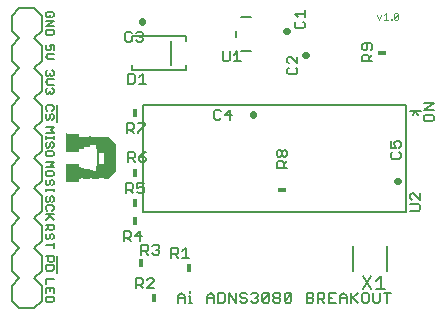
<source format=gto>
G75*
%MOIN*%
%OFA0B0*%
%FSLAX24Y24*%
%IPPOS*%
%LPD*%
%AMOC8*
5,1,8,0,0,1.08239X$1,22.5*
%
%ADD10C,0.0060*%
%ADD11C,0.0050*%
%ADD12C,0.0040*%
%ADD13C,0.0080*%
%ADD14R,0.0300X0.0180*%
%ADD15R,0.0180X0.0300*%
%ADD16C,0.0220*%
%ADD17R,0.0001X0.0539*%
%ADD18R,0.0001X0.0550*%
%ADD19R,0.0001X0.0556*%
%ADD20R,0.0001X0.0555*%
%ADD21R,0.0001X0.0561*%
%ADD22R,0.0001X0.0560*%
%ADD23R,0.0001X0.0564*%
%ADD24R,0.0001X0.0564*%
%ADD25R,0.0001X0.0568*%
%ADD26R,0.0001X0.0567*%
%ADD27R,0.0001X0.0570*%
%ADD28R,0.0001X0.0574*%
%ADD29R,0.0001X0.0576*%
%ADD30R,0.0001X0.0576*%
%ADD31R,0.0001X0.0578*%
%ADD32R,0.0001X0.0581*%
%ADD33R,0.0001X0.0580*%
%ADD34R,0.0001X0.0583*%
%ADD35R,0.0001X0.0582*%
%ADD36R,0.0001X0.0585*%
%ADD37R,0.0001X0.0586*%
%ADD38R,0.0001X0.0588*%
%ADD39R,0.0001X0.0590*%
%ADD40R,0.0001X0.0591*%
%ADD41R,0.0001X0.0593*%
%ADD42R,0.0001X0.0594*%
%ADD43R,0.0001X0.0596*%
%ADD44R,0.0001X0.0595*%
%ADD45R,0.0001X0.0597*%
%ADD46R,0.0001X0.0598*%
%ADD47R,0.0001X0.0598*%
%ADD48R,0.0001X0.0599*%
%ADD49R,0.0001X0.0601*%
%ADD50R,0.0001X0.0600*%
%ADD51R,0.0001X0.0601*%
%ADD52R,0.0001X0.0602*%
%ADD53R,0.0001X0.0602*%
%ADD54R,0.0001X0.0603*%
%ADD55R,0.0001X0.0604*%
%ADD56R,0.0001X0.0604*%
%ADD57R,0.0001X0.0605*%
%ADD58R,0.0001X0.0606*%
%ADD59R,0.0001X0.0606*%
%ADD60R,0.0001X0.0607*%
%ADD61R,0.0001X0.0607*%
%ADD62R,0.0001X0.0609*%
%ADD63R,0.0001X0.0608*%
%ADD64R,0.0001X0.0609*%
%ADD65R,0.0001X0.0610*%
%ADD66R,0.0001X0.0610*%
%ADD67R,0.0001X0.0610*%
%ADD68R,0.0001X0.0611*%
%ADD69R,0.0001X0.0611*%
%ADD70R,0.0001X0.0611*%
%ADD71R,0.0001X0.0612*%
%ADD72R,0.0001X0.0612*%
%ADD73R,0.0001X0.0613*%
%ADD74R,0.0001X0.0613*%
%ADD75R,0.0001X0.0611*%
%ADD76R,0.0001X0.0606*%
%ADD77R,0.0001X0.0610*%
%ADD78R,0.0001X0.0604*%
%ADD79R,0.0001X0.0603*%
%ADD80R,0.0001X0.0608*%
%ADD81R,0.0001X0.0602*%
%ADD82R,0.0001X0.0599*%
%ADD83R,0.0001X0.0606*%
%ADD84R,0.0001X0.0598*%
%ADD85R,0.0001X0.0604*%
%ADD86R,0.0001X0.0596*%
%ADD87R,0.0001X0.0594*%
%ADD88R,0.0001X0.0602*%
%ADD89R,0.0001X0.0594*%
%ADD90R,0.0001X0.0592*%
%ADD91R,0.0001X0.0600*%
%ADD92R,0.0001X0.0590*%
%ADD93R,0.0001X0.0589*%
%ADD94R,0.0001X0.0598*%
%ADD95R,0.0001X0.0587*%
%ADD96R,0.0001X0.0586*%
%ADD97R,0.0001X0.0595*%
%ADD98R,0.0001X0.0582*%
%ADD99R,0.0001X0.0579*%
%ADD100R,0.0001X0.0591*%
%ADD101R,0.0001X0.0577*%
%ADD102R,0.0001X0.0590*%
%ADD103R,0.0001X0.0574*%
%ADD104R,0.0001X0.0571*%
%ADD105R,0.0001X0.0569*%
%ADD106R,0.0001X0.0584*%
%ADD107R,0.0001X0.0566*%
%ADD108R,0.0001X0.0562*%
%ADD109R,0.0001X0.0581*%
%ADD110R,0.0001X0.0557*%
%ADD111R,0.0001X0.0552*%
%ADD112R,0.0001X0.0576*%
%ADD113R,0.0001X0.0544*%
%ADD114R,0.0001X0.0413*%
%ADD115R,0.0001X0.0570*%
%ADD116R,0.0001X0.0412*%
%ADD117R,0.0001X0.0412*%
%ADD118R,0.0001X0.0564*%
%ADD119R,0.0001X0.0555*%
%ADD120R,0.0001X0.0411*%
%ADD121R,0.0001X0.0411*%
%ADD122R,0.0001X0.0540*%
%ADD123R,0.0001X0.0383*%
%ADD124R,0.0001X0.0410*%
%ADD125R,0.0001X0.0410*%
%ADD126R,0.0001X0.0383*%
%ADD127R,0.0001X0.0382*%
%ADD128R,0.0001X0.0410*%
%ADD129R,0.0001X0.0409*%
%ADD130R,0.0001X0.0382*%
%ADD131R,0.0001X0.0409*%
%ADD132R,0.0001X0.0382*%
%ADD133R,0.0001X0.0408*%
%ADD134R,0.0001X0.0408*%
%ADD135R,0.0001X0.0381*%
%ADD136R,0.0001X0.0381*%
%ADD137R,0.0001X0.0407*%
%ADD138R,0.0001X0.0407*%
%ADD139R,0.0001X0.0380*%
%ADD140R,0.0001X0.0380*%
%ADD141R,0.0001X0.0406*%
%ADD142R,0.0001X0.0406*%
%ADD143R,0.0001X0.0379*%
%ADD144R,0.0001X0.0406*%
%ADD145R,0.0001X0.0406*%
%ADD146R,0.0001X0.0379*%
%ADD147R,0.0001X0.0405*%
%ADD148R,0.0001X0.0378*%
%ADD149R,0.0001X0.0404*%
%ADD150R,0.0001X0.0378*%
%ADD151R,0.0001X0.0404*%
%ADD152R,0.0001X0.0378*%
%ADD153R,0.0001X0.0403*%
%ADD154R,0.0001X0.0403*%
%ADD155R,0.0001X0.0377*%
%ADD156R,0.0001X0.0377*%
%ADD157R,0.0001X0.0402*%
%ADD158R,0.0001X0.0402*%
%ADD159R,0.0001X0.0376*%
%ADD160R,0.0001X0.0376*%
%ADD161R,0.0001X0.0402*%
%ADD162R,0.0001X0.0402*%
%ADD163R,0.0001X0.0375*%
%ADD164R,0.0001X0.0401*%
%ADD165R,0.0001X0.0375*%
%ADD166R,0.0001X0.0400*%
%ADD167R,0.0001X0.0400*%
%ADD168R,0.0001X0.0374*%
%ADD169R,0.0001X0.0399*%
%ADD170R,0.0001X0.0374*%
%ADD171R,0.0001X0.0399*%
%ADD172R,0.0001X0.0374*%
%ADD173R,0.0001X0.0398*%
%ADD174R,0.0001X0.0398*%
%ADD175R,0.0001X0.0374*%
%ADD176R,0.0001X0.0373*%
%ADD177R,0.0001X0.0398*%
%ADD178R,0.0001X0.0398*%
%ADD179R,0.0001X0.0372*%
%ADD180R,0.0001X0.0397*%
%ADD181R,0.0001X0.0372*%
%ADD182R,0.0001X0.0396*%
%ADD183R,0.0001X0.0371*%
%ADD184R,0.0001X0.0396*%
%ADD185R,0.0001X0.0371*%
%ADD186R,0.0001X0.0395*%
%ADD187R,0.0001X0.0370*%
%ADD188R,0.0001X0.0395*%
%ADD189R,0.0001X0.0370*%
%ADD190R,0.0001X0.0394*%
%ADD191R,0.0001X0.0394*%
%ADD192R,0.0001X0.0370*%
%ADD193R,0.0001X0.0394*%
%ADD194R,0.0001X0.0394*%
%ADD195R,0.0001X0.0370*%
%ADD196R,0.0001X0.0369*%
%ADD197R,0.0001X0.0393*%
%ADD198R,0.0001X0.0393*%
%ADD199R,0.0001X0.0369*%
%ADD200R,0.0001X0.0392*%
%ADD201R,0.0001X0.0368*%
%ADD202R,0.0001X0.0391*%
%ADD203R,0.0001X0.0367*%
%ADD204R,0.0001X0.0391*%
%ADD205R,0.0001X0.0367*%
%ADD206R,0.0001X0.0390*%
%ADD207R,0.0001X0.0390*%
%ADD208R,0.0001X0.0366*%
%ADD209R,0.0001X0.0366*%
%ADD210R,0.0001X0.0390*%
%ADD211R,0.0001X0.0390*%
%ADD212R,0.0001X0.0366*%
%ADD213R,0.0001X0.0366*%
%ADD214R,0.0001X0.0389*%
%ADD215R,0.0001X0.0389*%
%ADD216R,0.0001X0.0388*%
%ADD217R,0.0001X0.0365*%
%ADD218R,0.0001X0.0388*%
%ADD219R,0.0001X0.0365*%
%ADD220R,0.0001X0.0387*%
%ADD221R,0.0001X0.0364*%
%ADD222R,0.0001X0.0386*%
%ADD223R,0.0001X0.0364*%
%ADD224R,0.0001X0.0386*%
%ADD225R,0.0001X0.0363*%
%ADD226R,0.0001X0.0386*%
%ADD227R,0.0001X0.0386*%
%ADD228R,0.0001X0.0362*%
%ADD229R,0.0001X0.0362*%
%ADD230R,0.0001X0.0385*%
%ADD231R,0.0001X0.0385*%
%ADD232R,0.0001X0.0362*%
%ADD233R,0.0001X0.0384*%
%ADD234R,0.0001X0.0362*%
%ADD235R,0.0001X0.0384*%
%ADD236R,0.0001X0.0361*%
%ADD237R,0.0001X0.0361*%
%ADD238R,0.0001X0.0382*%
%ADD239R,0.0001X0.0360*%
%ADD240R,0.0001X0.0360*%
%ADD241R,0.0001X0.0359*%
%ADD242R,0.0001X0.0359*%
%ADD243R,0.0001X0.0358*%
%ADD244R,0.0001X0.0358*%
%ADD245R,0.0001X0.0379*%
%ADD246R,0.0001X0.0358*%
%ADD247R,0.0001X0.0357*%
%ADD248R,0.0001X0.0357*%
%ADD249R,0.0001X0.0378*%
%ADD250R,0.0001X0.0356*%
%ADD251R,0.0001X0.0356*%
%ADD252R,0.0001X0.0355*%
%ADD253R,0.0001X0.0376*%
%ADD254R,0.0001X0.0376*%
%ADD255R,0.0001X0.0355*%
%ADD256R,0.0001X0.0354*%
%ADD257R,0.0001X0.0354*%
%ADD258R,0.0001X0.0354*%
%ADD259R,0.0001X0.0353*%
%ADD260R,0.0001X0.0353*%
%ADD261R,0.0001X0.0373*%
%ADD262R,0.0001X0.0373*%
%ADD263R,0.0001X0.0352*%
%ADD264R,0.0001X0.0352*%
%ADD265R,0.0001X0.0351*%
%ADD266R,0.0001X0.0351*%
%ADD267R,0.0001X0.0350*%
%ADD268R,0.0001X0.0350*%
%ADD269R,0.0001X0.0370*%
%ADD270R,0.0001X0.0350*%
%ADD271R,0.0001X0.0350*%
%ADD272R,0.0001X0.0349*%
%ADD273R,0.0001X0.0368*%
%ADD274R,0.0001X0.0348*%
%ADD275R,0.0001X0.0348*%
%ADD276R,0.0001X0.0347*%
%ADD277R,0.0001X0.0347*%
%ADD278R,0.0001X0.0346*%
%ADD279R,0.0001X0.0346*%
%ADD280R,0.0001X0.0346*%
%ADD281R,0.0001X0.0346*%
%ADD282R,0.0001X0.0345*%
%ADD283R,0.0001X0.0363*%
%ADD284R,0.0001X0.0345*%
%ADD285R,0.0001X0.0344*%
%ADD286R,0.0001X0.0343*%
%ADD287R,0.0001X0.0343*%
%ADD288R,0.0001X0.0342*%
%ADD289R,0.0001X0.0342*%
%ADD290R,0.0001X0.0342*%
%ADD291R,0.0001X0.0342*%
%ADD292R,0.0001X0.0359*%
%ADD293R,0.0001X0.0359*%
%ADD294R,0.0001X0.0341*%
%ADD295R,0.0001X0.0358*%
%ADD296R,0.0001X0.0341*%
%ADD297R,0.0001X0.0340*%
%ADD298R,0.0001X0.0340*%
%ADD299R,0.0001X0.0339*%
%ADD300R,0.0001X0.0356*%
%ADD301R,0.0001X0.0338*%
%ADD302R,0.0001X0.0356*%
%ADD303R,0.0001X0.0338*%
%ADD304R,0.0001X0.0338*%
%ADD305R,0.0001X0.0338*%
%ADD306R,0.0001X0.0337*%
%ADD307R,0.0001X0.0337*%
%ADD308R,0.0001X0.0354*%
%ADD309R,0.0001X0.0353*%
%ADD310R,0.0001X0.0336*%
%ADD311R,0.0001X0.0353*%
%ADD312R,0.0001X0.0336*%
%ADD313R,0.0001X0.0335*%
%ADD314R,0.0001X0.0335*%
%ADD315R,0.0001X0.0334*%
%ADD316R,0.0001X0.0334*%
%ADD317R,0.0001X0.0334*%
%ADD318R,0.0001X0.0350*%
%ADD319R,0.0001X0.0350*%
%ADD320R,0.0001X0.0333*%
%ADD321R,0.0001X0.0333*%
%ADD322R,0.0001X0.0349*%
%ADD323R,0.0001X0.0332*%
%ADD324R,0.0001X0.0332*%
%ADD325R,0.0001X0.0331*%
%ADD326R,0.0001X0.0331*%
%ADD327R,0.0001X0.0330*%
%ADD328R,0.0001X0.0330*%
%ADD329R,0.0001X0.0330*%
%ADD330R,0.0001X0.0329*%
%ADD331R,0.0001X0.0329*%
%ADD332R,0.0001X0.0328*%
%ADD333R,0.0001X0.0328*%
%ADD334R,0.0001X0.0327*%
%ADD335R,0.0001X0.0327*%
%ADD336R,0.0001X0.0326*%
%ADD337R,0.0001X0.0326*%
%ADD338R,0.0001X0.0326*%
%ADD339R,0.0001X0.0326*%
%ADD340R,0.0001X0.0339*%
%ADD341R,0.0001X0.0325*%
%ADD342R,0.0001X0.0324*%
%ADD343R,0.0001X0.0324*%
%ADD344R,0.0001X0.0323*%
%ADD345R,0.0001X0.0323*%
%ADD346R,0.0001X0.0322*%
%ADD347R,0.0001X0.0322*%
%ADD348R,0.0001X0.0336*%
%ADD349R,0.0001X0.0336*%
%ADD350R,0.0001X0.0322*%
%ADD351R,0.0001X0.0334*%
%ADD352R,0.0001X0.0322*%
%ADD353R,0.0001X0.0321*%
%ADD354R,0.0001X0.0321*%
%ADD355R,0.0001X0.0320*%
%ADD356R,0.0001X0.0333*%
%ADD357R,0.0001X0.0333*%
%ADD358R,0.0001X0.0319*%
%ADD359R,0.0001X0.0319*%
%ADD360R,0.0001X0.0318*%
%ADD361R,0.0001X0.0318*%
%ADD362R,0.0001X0.0318*%
%ADD363R,0.0001X0.0318*%
%ADD364R,0.0001X0.0330*%
%ADD365R,0.0001X0.0330*%
%ADD366R,0.0001X0.0317*%
%ADD367R,0.0001X0.0317*%
%ADD368R,0.0001X0.0316*%
%ADD369R,0.0001X0.0316*%
%ADD370R,0.0001X0.0315*%
%ADD371R,0.0001X0.0314*%
%ADD372R,0.0001X0.0314*%
%ADD373R,0.0001X0.0314*%
%ADD374R,0.0001X0.0314*%
%ADD375R,0.0001X0.0325*%
%ADD376R,0.0001X0.0313*%
%ADD377R,0.0001X0.0313*%
%ADD378R,0.0001X0.0312*%
%ADD379R,0.0001X0.0312*%
%ADD380R,0.0001X0.0311*%
%ADD381R,0.0001X0.0311*%
%ADD382R,0.0001X0.0310*%
%ADD383R,0.0001X0.0310*%
%ADD384R,0.0001X0.0310*%
%ADD385R,0.0001X0.0320*%
%ADD386R,0.0001X0.0309*%
%ADD387R,0.0001X0.0309*%
%ADD388R,0.0001X0.0319*%
%ADD389R,0.0001X0.0319*%
%ADD390R,0.0001X0.0308*%
%ADD391R,0.0001X0.0308*%
%ADD392R,0.0001X0.0307*%
%ADD393R,0.0001X0.0307*%
%ADD394R,0.0001X0.0306*%
%ADD395R,0.0001X0.0316*%
%ADD396R,0.0001X0.0306*%
%ADD397R,0.0001X0.0316*%
%ADD398R,0.0001X0.0306*%
%ADD399R,0.0001X0.0315*%
%ADD400R,0.0001X0.0305*%
%ADD401R,0.0001X0.0305*%
%ADD402R,0.0001X0.0304*%
%ADD403R,0.0001X0.0304*%
%ADD404R,0.0001X0.0313*%
%ADD405R,0.0001X0.0303*%
%ADD406R,0.0001X0.0313*%
%ADD407R,0.0001X0.0303*%
%ADD408R,0.0001X0.0302*%
%ADD409R,0.0001X0.0302*%
%ADD410R,0.0001X0.0302*%
%ADD411R,0.0001X0.0310*%
%ADD412R,0.0001X0.0302*%
%ADD413R,0.0001X0.0301*%
%ADD414R,0.0001X0.0310*%
%ADD415R,0.0001X0.0300*%
%ADD416R,0.0001X0.0300*%
%ADD417R,0.0001X0.0299*%
%ADD418R,0.0001X0.0299*%
%ADD419R,0.0001X0.0298*%
%ADD420R,0.0001X0.0298*%
%ADD421R,0.0001X0.0298*%
%ADD422R,0.0001X0.0306*%
%ADD423R,0.0001X0.0298*%
%ADD424R,0.0001X0.0297*%
%ADD425R,0.0001X0.0297*%
%ADD426R,0.0001X0.0296*%
%ADD427R,0.0001X0.0295*%
%ADD428R,0.0001X0.0295*%
%ADD429R,0.0001X0.0294*%
%ADD430R,0.0001X0.0294*%
%ADD431R,0.0001X0.0294*%
%ADD432R,0.0001X0.0294*%
%ADD433R,0.0001X0.0301*%
%ADD434R,0.0001X0.0293*%
%ADD435R,0.0001X0.0299*%
%ADD436R,0.0001X0.0293*%
%ADD437R,0.0001X0.0299*%
%ADD438R,0.0001X0.0292*%
%ADD439R,0.0001X0.0292*%
%ADD440R,0.0001X0.0291*%
%ADD441R,0.0001X0.0290*%
%ADD442R,0.0001X0.0290*%
%ADD443R,0.0001X0.0290*%
%ADD444R,0.0001X0.0296*%
%ADD445R,0.0001X0.0290*%
%ADD446R,0.0001X0.0289*%
%ADD447R,0.0001X0.0289*%
%ADD448R,0.0001X0.0288*%
%ADD449R,0.0001X0.0288*%
%ADD450R,0.0001X0.0287*%
%ADD451R,0.0001X0.0293*%
%ADD452R,0.0001X0.0293*%
%ADD453R,0.0001X0.0287*%
%ADD454R,0.0001X0.0286*%
%ADD455R,0.0001X0.0291*%
%ADD456R,0.0001X0.0286*%
%ADD457R,0.0001X0.0286*%
%ADD458R,0.0001X0.0285*%
%ADD459R,0.0001X0.0285*%
%ADD460R,0.0001X0.0290*%
%ADD461R,0.0001X0.0290*%
%ADD462R,0.0001X0.0284*%
%ADD463R,0.0001X0.0284*%
%ADD464R,0.0001X0.0283*%
%ADD465R,0.0001X0.0283*%
%ADD466R,0.0001X0.0282*%
%ADD467R,0.0001X0.0286*%
%ADD468R,0.0001X0.0282*%
%ADD469R,0.0001X0.0282*%
%ADD470R,0.0001X0.0281*%
%ADD471R,0.0001X0.0281*%
%ADD472R,0.0001X0.0280*%
%ADD473R,0.0001X0.0280*%
%ADD474R,0.0001X0.0279*%
%ADD475R,0.0001X0.0279*%
%ADD476R,0.0001X0.0278*%
%ADD477R,0.0001X0.0282*%
%ADD478R,0.0001X0.0278*%
%ADD479R,0.0001X0.0278*%
%ADD480R,0.0001X0.0278*%
%ADD481R,0.0001X0.0277*%
%ADD482R,0.0001X0.0276*%
%ADD483R,0.0001X0.0279*%
%ADD484R,0.0001X0.0276*%
%ADD485R,0.0001X0.0275*%
%ADD486R,0.0001X0.0275*%
%ADD487R,0.0001X0.0274*%
%ADD488R,0.0001X0.0274*%
%ADD489R,0.0001X0.0277*%
%ADD490R,0.0001X0.0274*%
%ADD491R,0.0001X0.0276*%
%ADD492R,0.0001X0.0276*%
%ADD493R,0.0001X0.0274*%
%ADD494R,0.0001X0.0273*%
%ADD495R,0.0001X0.0273*%
%ADD496R,0.0001X0.0272*%
%ADD497R,0.0001X0.0271*%
%ADD498R,0.0001X0.0271*%
%ADD499R,0.0001X0.0273*%
%ADD500R,0.0001X0.0273*%
%ADD501R,0.0001X0.0270*%
%ADD502R,0.0001X0.0270*%
%ADD503R,0.0001X0.0272*%
%ADD504R,0.0001X0.0270*%
%ADD505R,0.0001X0.0270*%
%ADD506R,0.0001X0.0269*%
%ADD507R,0.0001X0.0269*%
%ADD508R,0.0001X0.0270*%
%ADD509R,0.0001X0.0268*%
%ADD510R,0.0001X0.0268*%
%ADD511R,0.0001X0.0267*%
%ADD512R,0.0001X0.0266*%
%ADD513R,0.0001X0.0266*%
%ADD514R,0.0001X0.0267*%
%ADD515R,0.0001X0.0266*%
%ADD516R,0.0001X0.0266*%
%ADD517R,0.0001X0.0265*%
%ADD518R,0.0001X0.0265*%
%ADD519R,0.0001X0.0264*%
%ADD520R,0.0001X0.0264*%
%ADD521R,0.0001X0.0263*%
%ADD522R,0.0001X0.0263*%
%ADD523R,0.0001X0.0262*%
%ADD524R,0.0001X0.0262*%
%ADD525R,0.0001X0.0262*%
%ADD526R,0.0001X0.0262*%
%ADD527R,0.0001X0.0261*%
%ADD528R,0.0001X0.0261*%
%ADD529R,0.0001X0.0260*%
%ADD530R,0.0001X0.0260*%
%ADD531R,0.0001X0.0259*%
%ADD532R,0.0001X0.0259*%
%ADD533R,0.0001X0.0259*%
%ADD534R,0.0001X0.0258*%
%ADD535R,0.0001X0.0258*%
%ADD536R,0.0001X0.0259*%
%ADD537R,0.0001X0.0258*%
%ADD538R,0.0001X0.0258*%
%ADD539R,0.0001X0.0257*%
%ADD540R,0.0001X0.0256*%
%ADD541R,0.0001X0.0257*%
%ADD542R,0.0001X0.0256*%
%ADD543R,0.0001X0.0255*%
%ADD544R,0.0001X0.0255*%
%ADD545R,0.0001X0.0256*%
%ADD546R,0.0001X0.0256*%
%ADD547R,0.0001X0.0254*%
%ADD548R,0.0001X0.0254*%
%ADD549R,0.0001X0.0254*%
%ADD550R,0.0001X0.0254*%
%ADD551R,0.0001X0.0253*%
%ADD552R,0.0001X0.0253*%
%ADD553R,0.0001X0.0252*%
%ADD554R,0.0001X0.0251*%
%ADD555R,0.0001X0.0251*%
%ADD556R,0.0001X0.0253*%
%ADD557R,0.0001X0.0250*%
%ADD558R,0.0001X0.0250*%
%ADD559R,0.0001X0.0252*%
%ADD560R,0.0001X0.0250*%
%ADD561R,0.0001X0.0250*%
%ADD562R,0.0001X0.0249*%
%ADD563R,0.0001X0.0249*%
%ADD564R,0.0001X0.0248*%
%ADD565R,0.0001X0.0247*%
%ADD566R,0.0001X0.0247*%
%ADD567R,0.0001X0.0250*%
%ADD568R,0.0001X0.0246*%
%ADD569R,0.0001X0.0246*%
%ADD570R,0.0001X0.0250*%
%ADD571R,0.0001X0.0246*%
%ADD572R,0.0001X0.0246*%
%ADD573R,0.0001X0.0245*%
%ADD574R,0.0001X0.0245*%
%ADD575R,0.0001X0.0244*%
%ADD576R,0.0001X0.0243*%
%ADD577R,0.0001X0.0243*%
%ADD578R,0.0001X0.0242*%
%ADD579R,0.0001X0.0242*%
%ADD580R,0.0001X0.0242*%
%ADD581R,0.0001X0.0242*%
%ADD582R,0.0001X0.0241*%
%ADD583R,0.0001X0.0241*%
%ADD584R,0.0001X0.0240*%
%ADD585R,0.0001X0.0240*%
%ADD586R,0.0001X0.0244*%
%ADD587R,0.0001X0.0239*%
%ADD588R,0.0001X0.0238*%
%ADD589R,0.0001X0.0238*%
%ADD590R,0.0001X0.0238*%
%ADD591R,0.0001X0.0238*%
%ADD592R,0.0001X0.0237*%
%ADD593R,0.0001X0.0237*%
%ADD594R,0.0001X0.0415*%
%ADD595R,0.0001X0.0415*%
%ADD596R,0.0001X0.1389*%
%ADD597R,0.0001X0.1389*%
%ADD598R,0.0001X0.0514*%
%ADD599R,0.0001X0.0489*%
%ADD600R,0.0001X0.0514*%
%ADD601R,0.0001X0.0489*%
%ADD602R,0.0001X0.1388*%
%ADD603R,0.0001X0.1388*%
%ADD604R,0.0001X0.1387*%
%ADD605R,0.0001X0.1387*%
%ADD606R,0.0001X0.1386*%
%ADD607R,0.0001X0.1386*%
%ADD608R,0.0001X0.1386*%
%ADD609R,0.0001X0.1385*%
%ADD610R,0.0001X0.1384*%
%ADD611R,0.0001X0.1384*%
%ADD612R,0.0001X0.1383*%
%ADD613R,0.0001X0.1383*%
%ADD614R,0.0001X0.1382*%
%ADD615R,0.0001X0.1382*%
%ADD616R,0.0001X0.1382*%
%ADD617R,0.0001X0.1381*%
%ADD618R,0.0001X0.1381*%
%ADD619R,0.0001X0.1380*%
%ADD620R,0.0001X0.1379*%
%ADD621R,0.0001X0.1379*%
%ADD622R,0.0001X0.1378*%
%ADD623R,0.0001X0.1378*%
%ADD624R,0.0001X0.1378*%
%ADD625R,0.0001X0.1376*%
%ADD626R,0.0001X0.1376*%
%ADD627R,0.0001X0.1374*%
%ADD628R,0.0001X0.1374*%
%ADD629R,0.0001X0.1373*%
%ADD630R,0.0001X0.1373*%
%ADD631R,0.0001X0.1371*%
%ADD632R,0.0001X0.1371*%
%ADD633R,0.0001X0.1370*%
%ADD634R,0.0001X0.1370*%
%ADD635R,0.0001X0.1369*%
%ADD636R,0.0001X0.1368*%
%ADD637R,0.0001X0.1368*%
%ADD638R,0.0001X0.1367*%
%ADD639R,0.0001X0.1366*%
%ADD640R,0.0001X0.1366*%
%ADD641R,0.0001X0.1365*%
%ADD642R,0.0001X0.1364*%
%ADD643R,0.0001X0.1363*%
%ADD644R,0.0001X0.1363*%
%ADD645R,0.0001X0.1362*%
%ADD646R,0.0001X0.1362*%
%ADD647R,0.0001X0.1362*%
%ADD648R,0.0001X0.1361*%
%ADD649R,0.0001X0.1360*%
%ADD650R,0.0001X0.1359*%
%ADD651R,0.0001X0.1358*%
%ADD652R,0.0001X0.1358*%
%ADD653R,0.0001X0.1358*%
%ADD654R,0.0001X0.1357*%
%ADD655R,0.0001X0.1357*%
%ADD656R,0.0001X0.1356*%
%ADD657R,0.0001X0.1355*%
%ADD658R,0.0001X0.1354*%
%ADD659R,0.0001X0.1354*%
%ADD660R,0.0001X0.1354*%
%ADD661R,0.0001X0.1353*%
%ADD662R,0.0001X0.1352*%
%ADD663R,0.0001X0.1351*%
%ADD664R,0.0001X0.1350*%
%ADD665R,0.0001X0.1348*%
%ADD666R,0.0001X0.1346*%
%ADD667R,0.0001X0.1344*%
%ADD668R,0.0001X0.1342*%
%ADD669R,0.0001X0.1341*%
%ADD670R,0.0001X0.1339*%
%ADD671R,0.0001X0.1338*%
%ADD672R,0.0001X0.1336*%
%ADD673R,0.0001X0.1334*%
%ADD674R,0.0001X0.1333*%
%ADD675R,0.0001X0.1331*%
%ADD676R,0.0001X0.1330*%
%ADD677R,0.0001X0.1328*%
%ADD678R,0.0001X0.1326*%
%ADD679R,0.0001X0.1325*%
%ADD680R,0.0001X0.1323*%
%ADD681R,0.0001X0.1322*%
%ADD682R,0.0001X0.1320*%
%ADD683R,0.0001X0.1318*%
%ADD684R,0.0001X0.1317*%
%ADD685R,0.0001X0.1315*%
%ADD686R,0.0001X0.1314*%
%ADD687R,0.0001X0.1312*%
%ADD688R,0.0001X0.1310*%
%ADD689R,0.0001X0.1309*%
%ADD690R,0.0001X0.1307*%
%ADD691R,0.0001X0.1306*%
%ADD692R,0.0001X0.1304*%
%ADD693R,0.0001X0.1302*%
%ADD694R,0.0001X0.1301*%
%ADD695R,0.0001X0.1299*%
%ADD696R,0.0001X0.1298*%
%ADD697R,0.0001X0.1296*%
%ADD698R,0.0001X0.1294*%
%ADD699R,0.0001X0.1292*%
%ADD700R,0.0001X0.1290*%
%ADD701R,0.0001X0.1289*%
%ADD702R,0.0001X0.1287*%
%ADD703R,0.0001X0.1286*%
%ADD704R,0.0001X0.1284*%
%ADD705R,0.0001X0.1282*%
%ADD706R,0.0001X0.1281*%
%ADD707R,0.0001X0.1279*%
%ADD708R,0.0001X0.1278*%
%ADD709R,0.0001X0.1276*%
%ADD710R,0.0001X0.1274*%
%ADD711R,0.0001X0.1273*%
%ADD712R,0.0001X0.1271*%
%ADD713R,0.0001X0.1270*%
%ADD714R,0.0001X0.1268*%
%ADD715R,0.0001X0.1266*%
%ADD716R,0.0001X0.1264*%
%ADD717R,0.0001X0.1262*%
%ADD718R,0.0001X0.1261*%
%ADD719R,0.0001X0.1259*%
%ADD720R,0.0001X0.1258*%
%ADD721R,0.0001X0.1256*%
%ADD722R,0.0001X0.1254*%
%ADD723R,0.0001X0.1253*%
%ADD724R,0.0001X0.1251*%
%ADD725R,0.0001X0.1250*%
%ADD726R,0.0001X0.1248*%
%ADD727R,0.0001X0.1246*%
%ADD728R,0.0001X0.1245*%
%ADD729R,0.0001X0.1243*%
%ADD730R,0.0001X0.1242*%
%ADD731R,0.0001X0.1240*%
%ADD732R,0.0001X0.1238*%
%ADD733R,0.0001X0.1237*%
%ADD734R,0.0001X0.1235*%
%ADD735R,0.0001X0.1234*%
%ADD736R,0.0001X0.1232*%
%ADD737R,0.0001X0.1230*%
%ADD738R,0.0001X0.1229*%
%ADD739R,0.0001X0.1227*%
%ADD740R,0.0001X0.1226*%
%ADD741R,0.0001X0.1224*%
%ADD742R,0.0001X0.1222*%
%ADD743R,0.0001X0.1221*%
%ADD744R,0.0001X0.1219*%
%ADD745R,0.0001X0.1218*%
%ADD746R,0.0001X0.1216*%
%ADD747R,0.0001X0.1214*%
%ADD748R,0.0001X0.1212*%
%ADD749R,0.0001X0.1210*%
%ADD750R,0.0001X0.1209*%
%ADD751R,0.0001X0.1207*%
%ADD752R,0.0001X0.1206*%
%ADD753R,0.0001X0.1204*%
%ADD754R,0.0001X0.1202*%
%ADD755R,0.0001X0.1201*%
%ADD756R,0.0001X0.1199*%
%ADD757R,0.0001X0.1198*%
%ADD758R,0.0001X0.1196*%
%ADD759R,0.0001X0.1194*%
%ADD760R,0.0001X0.1193*%
%ADD761R,0.0001X0.1191*%
%ADD762R,0.0001X0.1190*%
%ADD763R,0.0001X0.1188*%
%ADD764R,0.0001X0.1186*%
%ADD765R,0.0001X0.1184*%
%ADD766R,0.0001X0.1182*%
%ADD767R,0.0001X0.1181*%
%ADD768R,0.0001X0.1179*%
%ADD769R,0.0001X0.1178*%
%ADD770R,0.0001X0.1176*%
%ADD771R,0.0001X0.1174*%
%ADD772R,0.0001X0.1173*%
%ADD773R,0.0001X0.1171*%
%ADD774R,0.0001X0.1170*%
%ADD775R,0.0001X0.1168*%
%ADD776R,0.0001X0.1166*%
%ADD777R,0.0001X0.1165*%
%ADD778R,0.0001X0.1163*%
%ADD779R,0.0001X0.1162*%
%ADD780R,0.0001X0.1160*%
%ADD781R,0.0001X0.1158*%
%ADD782R,0.0001X0.1157*%
%ADD783R,0.0001X0.1155*%
%ADD784R,0.0001X0.1154*%
%ADD785R,0.0001X0.1152*%
%ADD786R,0.0001X0.1150*%
%ADD787R,0.0001X0.1149*%
%ADD788R,0.0001X0.1147*%
%ADD789R,0.0001X0.1146*%
%ADD790R,0.0001X0.1144*%
%ADD791R,0.0001X0.1142*%
%ADD792R,0.0001X0.1141*%
%ADD793R,0.0001X0.1139*%
%ADD794R,0.0001X0.1138*%
%ADD795R,0.0001X0.1136*%
%ADD796R,0.0001X0.1134*%
%ADD797R,0.0001X0.1132*%
%ADD798R,0.0001X0.1130*%
%ADD799R,0.0001X0.1129*%
%ADD800R,0.0001X0.1127*%
%ADD801R,0.0001X0.1126*%
%ADD802R,0.0001X0.1124*%
%ADD803R,0.0001X0.1122*%
%ADD804R,0.0001X0.1121*%
%ADD805R,0.0001X0.1119*%
%ADD806R,0.0001X0.1118*%
%ADD807R,0.0001X0.1116*%
%ADD808R,0.0001X0.1114*%
%ADD809R,0.0001X0.1113*%
%ADD810R,0.0001X0.1111*%
%ADD811R,0.0001X0.1110*%
%ADD812R,0.0001X0.1107*%
%ADD813R,0.0001X0.1106*%
%ADD814R,0.0001X0.1104*%
%ADD815R,0.0001X0.1102*%
%ADD816R,0.0001X0.1101*%
%ADD817R,0.0001X0.1099*%
%ADD818R,0.0001X0.1098*%
%ADD819R,0.0001X0.1096*%
%ADD820R,0.0001X0.1094*%
%ADD821R,0.0001X0.1093*%
%ADD822R,0.0001X0.1091*%
%ADD823R,0.0001X0.1090*%
%ADD824R,0.0001X0.1088*%
%ADD825R,0.0001X0.1086*%
%ADD826R,0.0001X0.1085*%
%ADD827R,0.0001X0.1083*%
%ADD828R,0.0001X0.1082*%
%ADD829R,0.0001X0.1080*%
%ADD830R,0.0001X0.1078*%
%ADD831R,0.0001X0.1077*%
%ADD832R,0.0001X0.1075*%
%ADD833R,0.0001X0.1074*%
%ADD834R,0.0001X0.1072*%
%ADD835R,0.0001X0.1070*%
%ADD836R,0.0001X0.1069*%
%ADD837R,0.0001X0.1067*%
%ADD838R,0.0001X0.1066*%
%ADD839R,0.0001X0.1064*%
%ADD840R,0.0001X0.1062*%
%ADD841R,0.0001X0.1061*%
%ADD842R,0.0001X0.1059*%
%ADD843R,0.0001X0.1058*%
%ADD844R,0.0001X0.1056*%
%ADD845R,0.0001X0.1054*%
%ADD846R,0.0001X0.1052*%
%ADD847R,0.0001X0.1050*%
%ADD848R,0.0001X0.1049*%
%ADD849R,0.0001X0.1047*%
%ADD850R,0.0001X0.1046*%
%ADD851R,0.0001X0.1044*%
%ADD852R,0.0001X0.1042*%
%ADD853R,0.0001X0.1041*%
%ADD854R,0.0001X0.1039*%
%ADD855R,0.0001X0.1038*%
%ADD856R,0.0001X0.1036*%
%ADD857R,0.0001X0.1034*%
%ADD858R,0.0001X0.1033*%
%ADD859R,0.0001X0.1031*%
%ADD860R,0.0001X0.1030*%
%ADD861R,0.0001X0.1027*%
%ADD862R,0.0001X0.1026*%
%ADD863R,0.0001X0.1024*%
%ADD864R,0.0001X0.1022*%
%ADD865R,0.0001X0.1021*%
%ADD866R,0.0001X0.1019*%
%ADD867R,0.0001X0.1018*%
%ADD868R,0.0001X0.1016*%
%ADD869R,0.0001X0.1014*%
%ADD870R,0.0001X0.1013*%
%ADD871R,0.0001X0.1011*%
%ADD872R,0.0001X0.1010*%
%ADD873R,0.0001X0.1008*%
%ADD874R,0.0001X0.1006*%
%ADD875R,0.0001X0.1005*%
%ADD876R,0.0001X0.1003*%
%ADD877R,0.0001X0.1002*%
%ADD878R,0.0001X0.1000*%
%ADD879R,0.0001X0.0998*%
%ADD880R,0.0001X0.0997*%
%ADD881R,0.0001X0.0995*%
%ADD882R,0.0001X0.0994*%
%ADD883R,0.0001X0.0992*%
%ADD884R,0.0001X0.0990*%
%ADD885R,0.0001X0.0989*%
%ADD886R,0.0001X0.0987*%
%ADD887R,0.0001X0.0986*%
%ADD888R,0.0001X0.0984*%
%ADD889R,0.0001X0.0982*%
%ADD890R,0.0001X0.0981*%
%ADD891R,0.0001X0.0979*%
%ADD892R,0.0001X0.0978*%
%ADD893R,0.0001X0.0976*%
%ADD894R,0.0001X0.0974*%
%ADD895R,0.0001X0.0972*%
%ADD896R,0.0001X0.0970*%
%ADD897R,0.0001X0.0969*%
%ADD898R,0.0001X0.0967*%
%ADD899R,0.0001X0.0966*%
%ADD900R,0.0001X0.0964*%
%ADD901R,0.0001X0.0962*%
%ADD902R,0.0001X0.0961*%
%ADD903R,0.0001X0.0959*%
%ADD904R,0.0001X0.0958*%
%ADD905R,0.0001X0.0956*%
%ADD906R,0.0001X0.0954*%
%ADD907R,0.0001X0.0953*%
%ADD908R,0.0001X0.0951*%
%ADD909R,0.0001X0.0950*%
%ADD910R,0.0001X0.0947*%
%ADD911R,0.0001X0.0946*%
%ADD912R,0.0001X0.0944*%
%ADD913R,0.0001X0.0942*%
%ADD914R,0.0001X0.0941*%
%ADD915R,0.0001X0.0939*%
%ADD916R,0.0001X0.0938*%
%ADD917R,0.0001X0.0936*%
%ADD918R,0.0001X0.0934*%
%ADD919R,0.0001X0.0933*%
%ADD920R,0.0001X0.0931*%
%ADD921R,0.0001X0.0930*%
%ADD922R,0.0001X0.0928*%
%ADD923R,0.0001X0.0926*%
%ADD924R,0.0001X0.0925*%
%ADD925R,0.0001X0.0923*%
%ADD926R,0.0001X0.0922*%
%ADD927R,0.0001X0.0920*%
%ADD928R,0.0001X0.0918*%
%ADD929R,0.0001X0.0917*%
%ADD930R,0.0001X0.0914*%
%ADD931R,0.0001X0.0909*%
%ADD932R,0.0001X0.0905*%
%ADD933R,0.0001X0.0901*%
%ADD934R,0.0001X0.0896*%
%ADD935R,0.0001X0.0891*%
%ADD936R,0.0001X0.0886*%
%ADD937R,0.0001X0.0882*%
%ADD938R,0.0001X0.0876*%
%ADD939R,0.0001X0.0871*%
%ADD940R,0.0001X0.0866*%
%ADD941R,0.0001X0.0860*%
%ADD942R,0.0001X0.0854*%
%ADD943R,0.0001X0.0848*%
%ADD944R,0.0001X0.0842*%
%ADD945R,0.0001X0.0835*%
%ADD946R,0.0001X0.0829*%
%ADD947R,0.0001X0.0821*%
%ADD948R,0.0001X0.0813*%
%ADD949R,0.0001X0.0804*%
%ADD950R,0.0001X0.0794*%
%ADD951R,0.0001X0.0782*%
%ADD952R,0.0001X0.0763*%
%ADD953C,0.0000*%
D10*
X003910Y002605D02*
X003910Y002945D01*
X004080Y002945D01*
X004137Y002889D01*
X004137Y002775D01*
X004080Y002718D01*
X003910Y002718D01*
X004023Y002718D02*
X004137Y002605D01*
X004278Y002775D02*
X004505Y002775D01*
X004448Y002605D02*
X004448Y002945D01*
X004278Y002775D01*
X004500Y002495D02*
X004670Y002495D01*
X004727Y002439D01*
X004727Y002325D01*
X004670Y002268D01*
X004500Y002268D01*
X004500Y002155D02*
X004500Y002495D01*
X004613Y002268D02*
X004727Y002155D01*
X004868Y002212D02*
X004925Y002155D01*
X005038Y002155D01*
X005095Y002212D01*
X005095Y002268D01*
X005038Y002325D01*
X004982Y002325D01*
X005038Y002325D02*
X005095Y002382D01*
X005095Y002439D01*
X005038Y002495D01*
X004925Y002495D01*
X004868Y002439D01*
X005500Y002395D02*
X005500Y002055D01*
X005500Y002168D02*
X005670Y002168D01*
X005727Y002225D01*
X005727Y002339D01*
X005670Y002395D01*
X005500Y002395D01*
X005613Y002168D02*
X005727Y002055D01*
X005868Y002055D02*
X006095Y002055D01*
X005982Y002055D02*
X005982Y002395D01*
X005868Y002282D01*
X004925Y001329D02*
X004868Y001385D01*
X004755Y001385D01*
X004698Y001329D01*
X004557Y001329D02*
X004557Y001215D01*
X004500Y001158D01*
X004330Y001158D01*
X004330Y001045D02*
X004330Y001385D01*
X004500Y001385D01*
X004557Y001329D01*
X004443Y001158D02*
X004557Y001045D01*
X004698Y001045D02*
X004925Y001272D01*
X004925Y001329D01*
X004925Y001045D02*
X004698Y001045D01*
X005710Y000782D02*
X005710Y000555D01*
X005710Y000725D02*
X005937Y000725D01*
X005937Y000782D02*
X005937Y000555D01*
X006078Y000555D02*
X006192Y000555D01*
X006135Y000555D02*
X006135Y000782D01*
X006078Y000782D01*
X006135Y000895D02*
X006135Y000952D01*
X005937Y000782D02*
X005823Y000895D01*
X005710Y000782D01*
X006692Y000782D02*
X006692Y000555D01*
X006692Y000725D02*
X006919Y000725D01*
X006919Y000782D02*
X006919Y000555D01*
X007060Y000555D02*
X007231Y000555D01*
X007287Y000612D01*
X007287Y000839D01*
X007231Y000895D01*
X007060Y000895D01*
X007060Y000555D01*
X006919Y000782D02*
X006806Y000895D01*
X006692Y000782D01*
X007429Y000895D02*
X007429Y000555D01*
X007656Y000555D02*
X007656Y000895D01*
X007797Y000839D02*
X007797Y000782D01*
X007854Y000725D01*
X007967Y000725D01*
X008024Y000668D01*
X008024Y000612D01*
X007967Y000555D01*
X007854Y000555D01*
X007797Y000612D01*
X007656Y000555D02*
X007429Y000895D01*
X007797Y000839D02*
X007854Y000895D01*
X007967Y000895D01*
X008024Y000839D01*
X008165Y000839D02*
X008222Y000895D01*
X008336Y000895D01*
X008392Y000839D01*
X008392Y000782D01*
X008336Y000725D01*
X008392Y000668D01*
X008392Y000612D01*
X008336Y000555D01*
X008222Y000555D01*
X008165Y000612D01*
X008279Y000725D02*
X008336Y000725D01*
X008534Y000612D02*
X008761Y000839D01*
X008761Y000612D01*
X008704Y000555D01*
X008590Y000555D01*
X008534Y000612D01*
X008534Y000839D01*
X008590Y000895D01*
X008704Y000895D01*
X008761Y000839D01*
X008902Y000839D02*
X008959Y000895D01*
X009072Y000895D01*
X009129Y000839D01*
X009129Y000782D01*
X009072Y000725D01*
X008959Y000725D01*
X008902Y000782D01*
X008902Y000839D01*
X008959Y000725D02*
X008902Y000668D01*
X008902Y000612D01*
X008959Y000555D01*
X009072Y000555D01*
X009129Y000612D01*
X009129Y000668D01*
X009072Y000725D01*
X009270Y000612D02*
X009497Y000839D01*
X009497Y000612D01*
X009441Y000555D01*
X009327Y000555D01*
X009270Y000612D01*
X009270Y000839D01*
X009327Y000895D01*
X009441Y000895D01*
X009497Y000839D01*
X010007Y000895D02*
X010007Y000555D01*
X010177Y000555D01*
X010234Y000612D01*
X010234Y000668D01*
X010177Y000725D01*
X010007Y000725D01*
X010177Y000725D02*
X010234Y000782D01*
X010234Y000839D01*
X010177Y000895D01*
X010007Y000895D01*
X010375Y000895D02*
X010545Y000895D01*
X010602Y000839D01*
X010602Y000725D01*
X010545Y000668D01*
X010375Y000668D01*
X010375Y000555D02*
X010375Y000895D01*
X010489Y000668D02*
X010602Y000555D01*
X010744Y000555D02*
X010970Y000555D01*
X011112Y000555D02*
X011112Y000782D01*
X011225Y000895D01*
X011339Y000782D01*
X011339Y000555D01*
X011480Y000555D02*
X011480Y000895D01*
X011537Y000725D02*
X011707Y000555D01*
X011849Y000612D02*
X011905Y000555D01*
X012019Y000555D01*
X012075Y000612D01*
X012075Y000839D01*
X012019Y000895D01*
X011905Y000895D01*
X011849Y000839D01*
X011849Y000612D01*
X012217Y000612D02*
X012274Y000555D01*
X012387Y000555D01*
X012444Y000612D01*
X012444Y000895D01*
X012585Y000895D02*
X012812Y000895D01*
X012699Y000895D02*
X012699Y000555D01*
X012217Y000612D02*
X012217Y000895D01*
X011707Y000895D02*
X011480Y000668D01*
X011339Y000725D02*
X011112Y000725D01*
X010970Y000895D02*
X010744Y000895D01*
X010744Y000555D01*
X010744Y000725D02*
X010857Y000725D01*
X013455Y003616D02*
X013739Y003616D01*
X013796Y003673D01*
X013796Y003787D01*
X013739Y003843D01*
X013455Y003843D01*
X013512Y003985D02*
X013455Y004042D01*
X013455Y004155D01*
X013512Y004212D01*
X013569Y004212D01*
X013796Y003985D01*
X013796Y004212D01*
X013093Y005355D02*
X012866Y005355D01*
X012810Y005412D01*
X012810Y005525D01*
X012866Y005582D01*
X012810Y005723D02*
X012980Y005723D01*
X012923Y005837D01*
X012923Y005893D01*
X012980Y005950D01*
X013093Y005950D01*
X013150Y005893D01*
X013150Y005780D01*
X013093Y005723D01*
X013093Y005582D02*
X013150Y005525D01*
X013150Y005412D01*
X013093Y005355D01*
X012810Y005723D02*
X012810Y005950D01*
X013910Y006662D02*
X013966Y006605D01*
X014193Y006605D01*
X014250Y006662D01*
X014250Y006775D01*
X014193Y006832D01*
X013966Y006832D01*
X013910Y006775D01*
X013910Y006662D01*
X013910Y006973D02*
X014250Y007200D01*
X013910Y007200D01*
X013910Y006973D02*
X014250Y006973D01*
X012200Y008605D02*
X011860Y008605D01*
X011860Y008775D01*
X011916Y008832D01*
X012030Y008832D01*
X012087Y008775D01*
X012087Y008605D01*
X012087Y008718D02*
X012200Y008832D01*
X012143Y008973D02*
X012200Y009030D01*
X012200Y009143D01*
X012143Y009200D01*
X011916Y009200D01*
X011860Y009143D01*
X011860Y009030D01*
X011916Y008973D01*
X011973Y008973D01*
X012030Y009030D01*
X012030Y009200D01*
X009950Y009762D02*
X009950Y009875D01*
X009893Y009932D01*
X009950Y010073D02*
X009950Y010300D01*
X009950Y010187D02*
X009610Y010187D01*
X009723Y010073D01*
X009666Y009932D02*
X009610Y009875D01*
X009610Y009762D01*
X009666Y009705D01*
X009893Y009705D01*
X009950Y009762D01*
X009700Y008764D02*
X009700Y008537D01*
X009473Y008764D01*
X009416Y008764D01*
X009360Y008707D01*
X009360Y008593D01*
X009416Y008537D01*
X009416Y008395D02*
X009360Y008339D01*
X009360Y008225D01*
X009416Y008168D01*
X009643Y008168D01*
X009700Y008225D01*
X009700Y008339D01*
X009643Y008395D01*
X007805Y008605D02*
X007578Y008605D01*
X007692Y008605D02*
X007692Y008945D01*
X007578Y008832D01*
X007437Y008945D02*
X007437Y008662D01*
X007380Y008605D01*
X007267Y008605D01*
X007210Y008662D01*
X007210Y008945D01*
X004555Y009312D02*
X004498Y009255D01*
X004385Y009255D01*
X004328Y009312D01*
X004187Y009312D02*
X004130Y009255D01*
X004017Y009255D01*
X003960Y009312D01*
X003960Y009539D01*
X004017Y009595D01*
X004130Y009595D01*
X004187Y009539D01*
X004328Y009539D02*
X004385Y009595D01*
X004498Y009595D01*
X004555Y009539D01*
X004555Y009482D01*
X004498Y009425D01*
X004555Y009368D01*
X004555Y009312D01*
X004498Y009425D02*
X004442Y009425D01*
X004542Y008195D02*
X004542Y007855D01*
X004655Y007855D02*
X004428Y007855D01*
X004287Y007912D02*
X004287Y008139D01*
X004230Y008195D01*
X004060Y008195D01*
X004060Y007855D01*
X004230Y007855D01*
X004287Y007912D01*
X004428Y008082D02*
X004542Y008195D01*
X006923Y006939D02*
X006923Y006712D01*
X006980Y006655D01*
X007094Y006655D01*
X007150Y006712D01*
X007292Y006825D02*
X007519Y006825D01*
X007462Y006655D02*
X007462Y006995D01*
X007292Y006825D01*
X007150Y006939D02*
X007094Y006995D01*
X006980Y006995D01*
X006923Y006939D01*
X009010Y005593D02*
X009066Y005650D01*
X009123Y005650D01*
X009180Y005593D01*
X009180Y005480D01*
X009123Y005423D01*
X009066Y005423D01*
X009010Y005480D01*
X009010Y005593D01*
X009180Y005593D02*
X009237Y005650D01*
X009293Y005650D01*
X009350Y005593D01*
X009350Y005480D01*
X009293Y005423D01*
X009237Y005423D01*
X009180Y005480D01*
X009180Y005282D02*
X009066Y005282D01*
X009010Y005225D01*
X009010Y005055D01*
X009350Y005055D01*
X009237Y005055D02*
X009237Y005225D01*
X009180Y005282D01*
X009237Y005168D02*
X009350Y005282D01*
X004655Y005312D02*
X004598Y005255D01*
X004485Y005255D01*
X004428Y005312D01*
X004428Y005425D01*
X004598Y005425D01*
X004655Y005368D01*
X004655Y005312D01*
X004542Y005539D02*
X004428Y005425D01*
X004287Y005425D02*
X004230Y005368D01*
X004060Y005368D01*
X004060Y005255D02*
X004060Y005595D01*
X004230Y005595D01*
X004287Y005539D01*
X004287Y005425D01*
X004173Y005368D02*
X004287Y005255D01*
X004542Y005539D02*
X004655Y005595D01*
X004378Y006205D02*
X004378Y006262D01*
X004605Y006489D01*
X004605Y006545D01*
X004378Y006545D01*
X004237Y006489D02*
X004237Y006375D01*
X004180Y006318D01*
X004010Y006318D01*
X004010Y006205D02*
X004010Y006545D01*
X004180Y006545D01*
X004237Y006489D01*
X004123Y006318D02*
X004237Y006205D01*
X004170Y004545D02*
X004000Y004545D01*
X004000Y004205D01*
X004000Y004318D02*
X004170Y004318D01*
X004227Y004375D01*
X004227Y004489D01*
X004170Y004545D01*
X004368Y004545D02*
X004368Y004375D01*
X004482Y004432D01*
X004538Y004432D01*
X004595Y004375D01*
X004595Y004262D01*
X004538Y004205D01*
X004425Y004205D01*
X004368Y004262D01*
X004227Y004205D02*
X004113Y004318D01*
X004368Y004545D02*
X004595Y004545D01*
D11*
X001575Y004526D02*
X001575Y004616D01*
X001530Y004661D01*
X001485Y004661D01*
X001440Y004616D01*
X001440Y004526D01*
X001395Y004481D01*
X001350Y004481D01*
X001305Y004526D01*
X001305Y004616D01*
X001350Y004661D01*
X001350Y004775D02*
X001530Y004775D01*
X001575Y004820D01*
X001575Y004910D01*
X001530Y004955D01*
X001350Y004955D01*
X001305Y004910D01*
X001305Y004820D01*
X001350Y004775D01*
X001575Y004526D02*
X001530Y004481D01*
X001575Y004366D02*
X001575Y004276D01*
X001575Y004321D02*
X001305Y004321D01*
X001305Y004366D02*
X001305Y004276D01*
X001350Y004100D02*
X001305Y004055D01*
X001305Y003965D01*
X001350Y003920D01*
X001395Y003920D01*
X001440Y003965D01*
X001440Y004055D01*
X001485Y004100D01*
X001530Y004100D01*
X001575Y004055D01*
X001575Y003965D01*
X001530Y003920D01*
X001530Y003805D02*
X001350Y003805D01*
X001305Y003760D01*
X001305Y003670D01*
X001350Y003625D01*
X001305Y003511D02*
X001575Y003511D01*
X001530Y003625D02*
X001575Y003670D01*
X001575Y003760D01*
X001530Y003805D01*
X001395Y003511D02*
X001575Y003331D01*
X001575Y003150D02*
X001575Y003015D01*
X001530Y002970D01*
X001440Y002970D01*
X001395Y003015D01*
X001395Y003150D01*
X001305Y003150D02*
X001575Y003150D01*
X001395Y003060D02*
X001305Y002970D01*
X001350Y002855D02*
X001305Y002810D01*
X001305Y002720D01*
X001350Y002675D01*
X001395Y002675D01*
X001440Y002720D01*
X001440Y002810D01*
X001485Y002855D01*
X001530Y002855D01*
X001575Y002810D01*
X001575Y002720D01*
X001530Y002675D01*
X001575Y002561D02*
X001575Y002381D01*
X001575Y002471D02*
X001305Y002471D01*
X001305Y002100D02*
X001575Y002100D01*
X001575Y001965D01*
X001530Y001920D01*
X001440Y001920D01*
X001395Y001965D01*
X001395Y002100D01*
X001675Y002125D02*
X001675Y001536D01*
X001575Y001670D02*
X001530Y001625D01*
X001350Y001625D01*
X001305Y001670D01*
X001305Y001805D01*
X001575Y001805D01*
X001575Y001670D01*
X001575Y001350D02*
X001305Y001350D01*
X001305Y001170D01*
X001305Y001055D02*
X001305Y000875D01*
X001305Y000761D02*
X001305Y000626D01*
X001350Y000581D01*
X001530Y000581D01*
X001575Y000626D01*
X001575Y000761D01*
X001305Y000761D01*
X001440Y000965D02*
X001440Y001055D01*
X001575Y001055D02*
X001305Y001055D01*
X001575Y001055D02*
X001575Y000875D01*
X001305Y003331D02*
X001440Y003466D01*
X001575Y005070D02*
X001305Y005070D01*
X001305Y005250D02*
X001575Y005250D01*
X001485Y005160D01*
X001575Y005070D01*
X001530Y005434D02*
X001350Y005434D01*
X001305Y005479D01*
X001305Y005569D01*
X001350Y005614D01*
X001530Y005614D01*
X001575Y005569D01*
X001575Y005479D01*
X001530Y005434D01*
X001530Y005729D02*
X001575Y005774D01*
X001575Y005864D01*
X001530Y005909D01*
X001485Y005909D01*
X001440Y005864D01*
X001440Y005774D01*
X001395Y005729D01*
X001350Y005729D01*
X001305Y005774D01*
X001305Y005864D01*
X001350Y005909D01*
X001305Y006015D02*
X001305Y006105D01*
X001305Y006060D02*
X001575Y006060D01*
X001575Y006105D02*
X001575Y006015D01*
X001575Y006220D02*
X001305Y006220D01*
X001485Y006310D02*
X001575Y006220D01*
X001485Y006310D02*
X001575Y006400D01*
X001305Y006400D01*
X001675Y006576D02*
X001675Y007165D01*
X001575Y007095D02*
X001530Y007140D01*
X001350Y007140D01*
X001305Y007095D01*
X001305Y007005D01*
X001350Y006960D01*
X001350Y006845D02*
X001305Y006800D01*
X001305Y006710D01*
X001350Y006665D01*
X001395Y006665D01*
X001440Y006710D01*
X001440Y006800D01*
X001485Y006845D01*
X001530Y006845D01*
X001575Y006800D01*
X001575Y006710D01*
X001530Y006665D01*
X001530Y006960D02*
X001575Y007005D01*
X001575Y007095D01*
X001530Y007531D02*
X001485Y007531D01*
X001440Y007576D01*
X001395Y007531D01*
X001350Y007531D01*
X001305Y007576D01*
X001305Y007666D01*
X001350Y007711D01*
X001395Y007825D02*
X001575Y007825D01*
X001530Y007711D02*
X001575Y007666D01*
X001575Y007576D01*
X001530Y007531D01*
X001440Y007576D02*
X001440Y007621D01*
X001395Y007825D02*
X001305Y007915D01*
X001395Y008005D01*
X001575Y008005D01*
X001530Y008120D02*
X001485Y008120D01*
X001440Y008165D01*
X001395Y008120D01*
X001350Y008120D01*
X001305Y008165D01*
X001305Y008255D01*
X001350Y008300D01*
X001440Y008210D02*
X001440Y008165D01*
X001530Y008120D02*
X001575Y008165D01*
X001575Y008255D01*
X001530Y008300D01*
X001575Y008675D02*
X001395Y008675D01*
X001305Y008765D01*
X001395Y008855D01*
X001575Y008855D01*
X001575Y008970D02*
X001575Y009150D01*
X001440Y009150D01*
X001485Y009060D01*
X001485Y009015D01*
X001440Y008970D01*
X001350Y008970D01*
X001305Y009015D01*
X001305Y009105D01*
X001350Y009150D01*
X001350Y009481D02*
X001530Y009481D01*
X001575Y009526D01*
X001575Y009661D01*
X001305Y009661D01*
X001305Y009526D01*
X001350Y009481D01*
X001305Y009775D02*
X001575Y009775D01*
X001575Y009955D02*
X001305Y009955D01*
X001350Y010070D02*
X001440Y010070D01*
X001440Y010160D01*
X001350Y010250D02*
X001305Y010205D01*
X001305Y010115D01*
X001350Y010070D01*
X001530Y010070D02*
X001575Y010115D01*
X001575Y010205D01*
X001530Y010250D01*
X001350Y010250D01*
X001575Y009955D02*
X001305Y009775D01*
D12*
X012350Y010135D02*
X012420Y009995D01*
X012490Y010135D01*
X012580Y010135D02*
X012650Y010205D01*
X012650Y009995D01*
X012580Y009995D02*
X012720Y009995D01*
X012810Y009995D02*
X012810Y010030D01*
X012845Y010030D01*
X012845Y009995D01*
X012810Y009995D01*
X012925Y010030D02*
X013066Y010170D01*
X013066Y010030D01*
X013031Y009995D01*
X012961Y009995D01*
X012925Y010030D01*
X012925Y010170D01*
X012961Y010205D01*
X013031Y010205D01*
X013066Y010170D01*
D13*
X000430Y000375D02*
X000180Y000625D01*
X000180Y001125D01*
X000430Y001375D01*
X000180Y001625D01*
X000180Y002125D01*
X000430Y002375D01*
X000180Y002625D01*
X000180Y003125D01*
X000430Y003375D01*
X000180Y003625D01*
X000180Y004125D01*
X000430Y004375D01*
X000180Y004625D01*
X000180Y005125D01*
X000430Y005375D01*
X000180Y005625D01*
X000180Y006125D01*
X000430Y006375D01*
X000180Y006625D01*
X000180Y007125D01*
X000430Y007375D01*
X000180Y007625D01*
X000180Y008125D01*
X000430Y008375D01*
X000180Y008625D01*
X000180Y009125D01*
X000430Y009375D01*
X000180Y009625D01*
X000180Y010125D01*
X000430Y010375D01*
X000930Y010375D01*
X001180Y010125D01*
X001180Y009625D01*
X000930Y009375D01*
X001180Y009125D01*
X001180Y008625D01*
X000930Y008375D01*
X001180Y008125D01*
X001180Y007625D01*
X000930Y007375D01*
X001180Y007125D01*
X001180Y006625D01*
X000930Y006375D01*
X001180Y006125D01*
X001180Y005625D01*
X000930Y005375D01*
X001180Y005125D01*
X001180Y004625D01*
X000930Y004375D01*
X001180Y004125D01*
X001180Y003625D01*
X000930Y003375D01*
X001180Y003125D01*
X001180Y002625D01*
X000930Y002375D01*
X001180Y002125D01*
X001180Y001625D01*
X000930Y001375D01*
X001180Y001125D01*
X001180Y000625D01*
X000930Y000375D01*
X000430Y000375D01*
X004541Y003584D02*
X013321Y003584D01*
X013321Y007166D01*
X004541Y007166D01*
X004541Y003584D01*
X004174Y008304D02*
X004174Y008481D01*
X004174Y008304D02*
X005986Y008304D01*
X005986Y008481D01*
X005474Y008481D02*
X005474Y009269D01*
X005986Y009269D02*
X005986Y009446D01*
X004174Y009446D01*
X004174Y009269D01*
X007661Y009419D02*
X007661Y009631D01*
X007811Y010085D02*
X008149Y010085D01*
X008149Y008965D02*
X007811Y008965D01*
X013449Y006942D02*
X013630Y006942D01*
X013722Y006820D01*
X013811Y006942D02*
X013630Y006942D01*
X013620Y006936D02*
X013544Y006820D01*
X012701Y002438D02*
X012701Y001612D01*
X012471Y001435D02*
X012471Y001015D01*
X012611Y001015D02*
X012330Y001015D01*
X012150Y001015D02*
X011870Y001435D01*
X012150Y001435D02*
X011870Y001015D01*
X012330Y001295D02*
X012471Y001435D01*
X011559Y001612D02*
X011559Y002438D01*
D14*
X009180Y004325D03*
X012530Y008875D03*
D15*
X004280Y006875D03*
X004280Y004875D03*
X004280Y003875D03*
X004280Y003275D03*
X004480Y001875D03*
X004930Y000725D03*
X006080Y001725D03*
D16*
X013018Y004625D02*
X013042Y004625D01*
X008230Y006813D02*
X008230Y006837D01*
X009968Y008825D02*
X009992Y008825D01*
X009342Y009625D02*
X009318Y009625D01*
X004530Y009913D02*
X004530Y009937D01*
D17*
X002020Y005879D03*
X002020Y004892D03*
D18*
X002021Y004892D03*
X002424Y004892D03*
X002021Y005879D03*
D19*
X002022Y005879D03*
D20*
X002022Y004892D03*
D21*
X002022Y005879D03*
D22*
X002022Y004892D03*
X002422Y004892D03*
D23*
X002023Y005879D03*
D24*
X002023Y004892D03*
D25*
X002024Y005879D03*
D26*
X002024Y004892D03*
X002421Y004892D03*
D27*
X002025Y004892D03*
X002025Y005879D03*
D28*
X002026Y005879D03*
X002026Y004892D03*
X002419Y004892D03*
D29*
X002026Y005879D03*
D30*
X002026Y004892D03*
D31*
X002027Y004892D03*
X002418Y004892D03*
X002027Y005879D03*
D32*
X002028Y005879D03*
D33*
X002028Y004892D03*
D34*
X002029Y005879D03*
X002410Y005879D03*
D35*
X002416Y004892D03*
X002029Y004892D03*
D36*
X002030Y004892D03*
X002030Y005879D03*
D37*
X002030Y005879D03*
X002030Y004892D03*
X002414Y004892D03*
D38*
X002414Y004892D03*
X002031Y004892D03*
X002031Y005879D03*
D39*
X002032Y005879D03*
X002032Y004892D03*
D40*
X002033Y004892D03*
X002033Y005879D03*
D41*
X002034Y005879D03*
X002034Y004892D03*
X002411Y004892D03*
D42*
X002034Y004892D03*
X002034Y005879D03*
D43*
X002035Y005879D03*
D44*
X002035Y004892D03*
D45*
X002036Y004892D03*
X002409Y004892D03*
X002036Y005879D03*
D46*
X002037Y005879D03*
X002402Y005879D03*
D47*
X002037Y004892D03*
D48*
X002038Y004892D03*
X002407Y004892D03*
X002038Y005879D03*
D49*
X002038Y005879D03*
D50*
X002038Y004892D03*
D51*
X002039Y004892D03*
X002406Y004892D03*
X002401Y005879D03*
X002039Y005879D03*
D52*
X002040Y005879D03*
X002399Y005879D03*
D53*
X002404Y004892D03*
X002041Y004892D03*
X002040Y004892D03*
D54*
X002041Y005879D03*
D55*
X002042Y005879D03*
D56*
X002042Y004892D03*
D57*
X002042Y004892D03*
X002402Y004892D03*
X002397Y005879D03*
X002042Y005879D03*
D58*
X002043Y005879D03*
X002396Y005879D03*
X002401Y004892D03*
X002044Y004892D03*
X002043Y004892D03*
D59*
X002044Y005879D03*
D60*
X002045Y005879D03*
X002045Y004892D03*
D61*
X002046Y004892D03*
X002399Y004892D03*
X002400Y004892D03*
X002394Y005879D03*
X002046Y005879D03*
D62*
X002046Y005879D03*
X002047Y005879D03*
X002393Y005879D03*
X002397Y004892D03*
X002398Y004892D03*
X002047Y004892D03*
D63*
X002046Y004892D03*
X002394Y005879D03*
D64*
X002392Y005879D03*
X002048Y005879D03*
X002048Y004892D03*
D65*
X002049Y005879D03*
X002391Y005879D03*
D66*
X002396Y004892D03*
X002049Y004892D03*
D67*
X002050Y004892D03*
X002050Y004892D03*
X002051Y004892D03*
X002394Y004892D03*
X002394Y004892D03*
X002390Y005879D03*
X002390Y005879D03*
X002389Y005879D03*
X002050Y005879D03*
X002050Y005879D03*
D68*
X002051Y005879D03*
D69*
X002052Y005879D03*
X002388Y005879D03*
D70*
X002052Y004892D03*
D71*
X002053Y004892D03*
X002054Y004892D03*
X002054Y004892D03*
X002056Y004892D03*
X002389Y004892D03*
X002390Y004892D03*
X002390Y004892D03*
X002391Y004892D03*
X002387Y005879D03*
X002386Y005879D03*
X002386Y005879D03*
X002384Y005879D03*
X002054Y005879D03*
X002054Y005879D03*
X002053Y005879D03*
D72*
X002055Y005879D03*
X002385Y005879D03*
X002392Y004892D03*
X002055Y004892D03*
D73*
X002057Y004892D03*
X002058Y004892D03*
X002059Y004892D03*
X002060Y004892D03*
X002061Y004892D03*
X002062Y004892D03*
X002063Y004892D03*
X002064Y004892D03*
X002066Y004892D03*
X002066Y004892D03*
X002067Y004892D03*
X002069Y004892D03*
X002070Y004892D03*
X002070Y004892D03*
X002071Y004892D03*
X002073Y004892D03*
X002074Y004892D03*
X002074Y004892D03*
X002076Y004892D03*
X002077Y004892D03*
X002078Y004892D03*
X002079Y004892D03*
X002080Y004892D03*
X002081Y004892D03*
X002082Y004892D03*
X002083Y004892D03*
X002084Y004892D03*
X002086Y004892D03*
X002086Y004892D03*
X002087Y004892D03*
X002089Y004892D03*
X002090Y004892D03*
X002090Y004892D03*
X002091Y004892D03*
X002093Y004892D03*
X002094Y004892D03*
X002094Y004892D03*
X002096Y004892D03*
X002097Y004892D03*
X002098Y004892D03*
X002099Y004892D03*
X002100Y004892D03*
X002101Y004892D03*
X002102Y004892D03*
X002103Y004892D03*
X002104Y004892D03*
X002106Y004892D03*
X002106Y004892D03*
X002107Y004892D03*
X002109Y004892D03*
X002110Y004892D03*
X002110Y004892D03*
X002111Y004892D03*
X002113Y004892D03*
X002114Y004892D03*
X002114Y004892D03*
X002116Y004892D03*
X002117Y004892D03*
X002118Y004892D03*
X002119Y004892D03*
X002120Y004892D03*
X002121Y004892D03*
X002122Y004892D03*
X002123Y004892D03*
X002124Y004892D03*
X002126Y004892D03*
X002126Y004892D03*
X002127Y004892D03*
X002129Y004892D03*
X002130Y004892D03*
X002130Y004892D03*
X002131Y004892D03*
X002133Y004892D03*
X002134Y004892D03*
X002134Y004892D03*
X002136Y004892D03*
X002137Y004892D03*
X002138Y004892D03*
X002139Y004892D03*
X002140Y004892D03*
X002141Y004892D03*
X002142Y004892D03*
X002143Y004892D03*
X002144Y004892D03*
X002146Y004892D03*
X002146Y004892D03*
X002147Y004892D03*
X002149Y004892D03*
X002150Y004892D03*
X002150Y004892D03*
X002151Y004892D03*
X002153Y004892D03*
X002154Y004892D03*
X002154Y004892D03*
X002156Y004892D03*
X002157Y004892D03*
X002158Y004892D03*
X002159Y004892D03*
X002160Y004892D03*
X002161Y004892D03*
X002162Y004892D03*
X002163Y004892D03*
X002164Y004892D03*
X002166Y004892D03*
X002166Y004892D03*
X002167Y004892D03*
X002169Y004892D03*
X002170Y004892D03*
X002170Y004892D03*
X002171Y004892D03*
X002173Y004892D03*
X002174Y004892D03*
X002174Y004892D03*
X002176Y004892D03*
X002177Y004892D03*
X002178Y004892D03*
X002179Y004892D03*
X002180Y004892D03*
X002181Y004892D03*
X002182Y004892D03*
X002183Y004892D03*
X002184Y004892D03*
X002186Y004892D03*
X002186Y004892D03*
X002187Y004892D03*
X002189Y004892D03*
X002190Y004892D03*
X002190Y004892D03*
X002191Y004892D03*
X002193Y004892D03*
X002194Y004892D03*
X002194Y004892D03*
X002196Y004892D03*
X002197Y004892D03*
X002198Y004892D03*
X002199Y004892D03*
X002200Y004892D03*
X002201Y004892D03*
X002202Y004892D03*
X002203Y004892D03*
X002204Y004892D03*
X002206Y004892D03*
X002206Y004892D03*
X002207Y004892D03*
X002209Y004892D03*
X002210Y004892D03*
X002210Y004892D03*
X002211Y004892D03*
X002213Y004892D03*
X002214Y004892D03*
X002214Y004892D03*
X002216Y004892D03*
X002217Y004892D03*
X002218Y004892D03*
X002219Y004892D03*
X002220Y004892D03*
X002221Y004892D03*
X002222Y004892D03*
X002223Y004892D03*
X002224Y004892D03*
X002226Y004892D03*
X002226Y004892D03*
X002227Y004892D03*
X002229Y004892D03*
X002230Y004892D03*
X002230Y004892D03*
X002231Y004892D03*
X002233Y004892D03*
X002234Y004892D03*
X002234Y004892D03*
X002236Y004892D03*
X002237Y004892D03*
X002238Y004892D03*
X002239Y004892D03*
X002240Y004892D03*
X002241Y004892D03*
X002242Y004892D03*
X002243Y004892D03*
X002244Y004892D03*
X002246Y004892D03*
X002246Y004892D03*
X002247Y004892D03*
X002249Y004892D03*
X002250Y004892D03*
X002250Y004892D03*
X002251Y004892D03*
X002253Y004892D03*
X002254Y004892D03*
X002254Y004892D03*
X002256Y004892D03*
X002257Y004892D03*
X002258Y004892D03*
X002259Y004892D03*
X002260Y004892D03*
X002261Y004892D03*
X002262Y004892D03*
X002263Y004892D03*
X002264Y004892D03*
X002266Y004892D03*
X002266Y004892D03*
X002267Y004892D03*
X002269Y004892D03*
X002270Y004892D03*
X002270Y004892D03*
X002271Y004892D03*
X002273Y004892D03*
X002274Y004892D03*
X002274Y004892D03*
X002276Y004892D03*
X002277Y004892D03*
X002278Y004892D03*
X002279Y004892D03*
X002280Y004892D03*
X002281Y004892D03*
X002282Y004892D03*
X002283Y004892D03*
X002284Y004892D03*
X002286Y004892D03*
X002286Y004892D03*
X002287Y004892D03*
X002289Y004892D03*
X002290Y004892D03*
X002290Y004892D03*
X002291Y004892D03*
X002293Y004892D03*
X002294Y004892D03*
X002294Y004892D03*
X002296Y004892D03*
X002297Y004892D03*
X002298Y004892D03*
X002299Y004892D03*
X002300Y004892D03*
X002301Y004892D03*
X002302Y004892D03*
X002303Y004892D03*
X002304Y004892D03*
X002306Y004892D03*
X002306Y004892D03*
X002307Y004892D03*
X002309Y004892D03*
X002310Y004892D03*
X002310Y004892D03*
X002311Y004892D03*
X002313Y004892D03*
X002314Y004892D03*
X002314Y004892D03*
X002316Y004892D03*
X002317Y004892D03*
X002318Y004892D03*
X002319Y004892D03*
X002320Y004892D03*
X002321Y004892D03*
X002322Y004892D03*
X002323Y004892D03*
X002324Y004892D03*
X002326Y004892D03*
X002326Y004892D03*
X002327Y004892D03*
X002329Y004892D03*
X002330Y004892D03*
X002330Y004892D03*
X002331Y004892D03*
X002333Y004892D03*
X002334Y004892D03*
X002334Y004892D03*
X002336Y004892D03*
X002337Y004892D03*
X002338Y004892D03*
X002339Y004892D03*
X002340Y004892D03*
X002341Y004892D03*
X002342Y004892D03*
X002343Y004892D03*
X002344Y004892D03*
X002346Y004892D03*
X002346Y004892D03*
X002347Y004892D03*
X002349Y004892D03*
X002350Y004892D03*
X002350Y004892D03*
X002351Y004892D03*
X002353Y004892D03*
X002354Y004892D03*
X002354Y004892D03*
X002356Y004892D03*
X002357Y004892D03*
X002358Y004892D03*
X002359Y004892D03*
X002360Y004892D03*
X002361Y004892D03*
X002362Y004892D03*
X002363Y004892D03*
X002364Y004892D03*
X002366Y004892D03*
X002366Y004892D03*
X002367Y004892D03*
X002369Y004892D03*
X002370Y004892D03*
X002370Y004892D03*
X002371Y004892D03*
X002373Y004892D03*
X002374Y004892D03*
X002374Y004892D03*
X002376Y004892D03*
X002377Y004892D03*
X002378Y004892D03*
X002379Y004892D03*
X002380Y004892D03*
X002381Y004892D03*
X002382Y004892D03*
X002383Y004892D03*
X002384Y004892D03*
X002386Y004892D03*
X002386Y004892D03*
X002387Y004892D03*
X002383Y005879D03*
X002382Y005879D03*
X002381Y005879D03*
X002380Y005879D03*
X002379Y005879D03*
X002378Y005879D03*
X002377Y005879D03*
X002376Y005879D03*
X002374Y005879D03*
X002374Y005879D03*
X002373Y005879D03*
X002371Y005879D03*
X002370Y005879D03*
X002370Y005879D03*
X002369Y005879D03*
X002367Y005879D03*
X002366Y005879D03*
X002366Y005879D03*
X002364Y005879D03*
X002363Y005879D03*
X002362Y005879D03*
X002361Y005879D03*
X002360Y005879D03*
X002359Y005879D03*
X002358Y005879D03*
X002357Y005879D03*
X002356Y005879D03*
X002354Y005879D03*
X002354Y005879D03*
X002353Y005879D03*
X002351Y005879D03*
X002350Y005879D03*
X002350Y005879D03*
X002349Y005879D03*
X002347Y005879D03*
X002346Y005879D03*
X002346Y005879D03*
X002344Y005879D03*
X002343Y005879D03*
X002342Y005879D03*
X002341Y005879D03*
X002340Y005879D03*
X002339Y005879D03*
X002338Y005879D03*
X002337Y005879D03*
X002336Y005879D03*
X002334Y005879D03*
X002334Y005879D03*
X002333Y005879D03*
X002331Y005879D03*
X002330Y005879D03*
X002330Y005879D03*
X002329Y005879D03*
X002327Y005879D03*
X002326Y005879D03*
X002326Y005879D03*
X002324Y005879D03*
X002323Y005879D03*
X002322Y005879D03*
X002321Y005879D03*
X002320Y005879D03*
X002319Y005879D03*
X002318Y005879D03*
X002317Y005879D03*
X002316Y005879D03*
X002314Y005879D03*
X002314Y005879D03*
X002313Y005879D03*
X002311Y005879D03*
X002310Y005879D03*
X002310Y005879D03*
X002309Y005879D03*
X002307Y005879D03*
X002306Y005879D03*
X002306Y005879D03*
X002304Y005879D03*
X002303Y005879D03*
X002302Y005879D03*
X002301Y005879D03*
X002300Y005879D03*
X002299Y005879D03*
X002298Y005879D03*
X002297Y005879D03*
X002296Y005879D03*
X002294Y005879D03*
X002294Y005879D03*
X002293Y005879D03*
X002291Y005879D03*
X002290Y005879D03*
X002290Y005879D03*
X002289Y005879D03*
X002287Y005879D03*
X002286Y005879D03*
X002286Y005879D03*
X002284Y005879D03*
X002283Y005879D03*
X002282Y005879D03*
X002281Y005879D03*
X002280Y005879D03*
X002279Y005879D03*
X002278Y005879D03*
X002277Y005879D03*
X002276Y005879D03*
X002274Y005879D03*
X002274Y005879D03*
X002273Y005879D03*
X002271Y005879D03*
X002270Y005879D03*
X002270Y005879D03*
X002269Y005879D03*
X002267Y005879D03*
X002266Y005879D03*
X002266Y005879D03*
X002264Y005879D03*
X002263Y005879D03*
X002262Y005879D03*
X002261Y005879D03*
X002260Y005879D03*
X002259Y005879D03*
X002258Y005879D03*
X002257Y005879D03*
X002256Y005879D03*
X002254Y005879D03*
X002254Y005879D03*
X002253Y005879D03*
X002251Y005879D03*
X002250Y005879D03*
X002250Y005879D03*
X002249Y005879D03*
X002247Y005879D03*
X002246Y005879D03*
X002246Y005879D03*
X002244Y005879D03*
X002243Y005879D03*
X002242Y005879D03*
X002241Y005879D03*
X002240Y005879D03*
X002239Y005879D03*
X002238Y005879D03*
X002237Y005879D03*
X002236Y005879D03*
X002234Y005879D03*
X002234Y005879D03*
X002233Y005879D03*
X002231Y005879D03*
X002230Y005879D03*
X002230Y005879D03*
X002229Y005879D03*
X002227Y005879D03*
X002226Y005879D03*
X002226Y005879D03*
X002224Y005879D03*
X002223Y005879D03*
X002222Y005879D03*
X002221Y005879D03*
X002220Y005879D03*
X002219Y005879D03*
X002218Y005879D03*
X002217Y005879D03*
X002216Y005879D03*
X002214Y005879D03*
X002214Y005879D03*
X002213Y005879D03*
X002211Y005879D03*
X002210Y005879D03*
X002210Y005879D03*
X002209Y005879D03*
X002207Y005879D03*
X002206Y005879D03*
X002206Y005879D03*
X002204Y005879D03*
X002203Y005879D03*
X002202Y005879D03*
X002201Y005879D03*
X002200Y005879D03*
X002199Y005879D03*
X002198Y005879D03*
X002197Y005879D03*
X002196Y005879D03*
X002194Y005879D03*
X002194Y005879D03*
X002193Y005879D03*
X002191Y005879D03*
X002190Y005879D03*
X002190Y005879D03*
X002189Y005879D03*
X002187Y005879D03*
X002186Y005879D03*
X002186Y005879D03*
X002184Y005879D03*
X002183Y005879D03*
X002182Y005879D03*
X002181Y005879D03*
X002180Y005879D03*
X002179Y005879D03*
X002178Y005879D03*
X002177Y005879D03*
X002176Y005879D03*
X002174Y005879D03*
X002174Y005879D03*
X002173Y005879D03*
X002171Y005879D03*
X002170Y005879D03*
X002170Y005879D03*
X002169Y005879D03*
X002167Y005879D03*
X002166Y005879D03*
X002166Y005879D03*
X002164Y005879D03*
X002163Y005879D03*
X002162Y005879D03*
X002161Y005879D03*
X002160Y005879D03*
X002159Y005879D03*
X002158Y005879D03*
X002157Y005879D03*
X002156Y005879D03*
X002154Y005879D03*
X002154Y005879D03*
X002153Y005879D03*
X002151Y005879D03*
X002150Y005879D03*
X002150Y005879D03*
X002149Y005879D03*
X002147Y005879D03*
X002146Y005879D03*
X002146Y005879D03*
X002144Y005879D03*
X002143Y005879D03*
X002142Y005879D03*
X002141Y005879D03*
X002140Y005879D03*
X002139Y005879D03*
X002138Y005879D03*
X002137Y005879D03*
X002136Y005879D03*
X002134Y005879D03*
X002134Y005879D03*
X002133Y005879D03*
X002131Y005879D03*
X002130Y005879D03*
X002130Y005879D03*
X002129Y005879D03*
X002127Y005879D03*
X002126Y005879D03*
X002126Y005879D03*
X002124Y005879D03*
X002123Y005879D03*
X002122Y005879D03*
X002121Y005879D03*
X002120Y005879D03*
X002119Y005879D03*
X002118Y005879D03*
X002117Y005879D03*
X002116Y005879D03*
X002114Y005879D03*
X002114Y005879D03*
X002113Y005879D03*
X002111Y005879D03*
X002110Y005879D03*
X002110Y005879D03*
X002109Y005879D03*
X002107Y005879D03*
X002106Y005879D03*
X002106Y005879D03*
X002104Y005879D03*
X002103Y005879D03*
X002102Y005879D03*
X002101Y005879D03*
X002100Y005879D03*
X002099Y005879D03*
X002098Y005879D03*
X002097Y005879D03*
X002096Y005879D03*
X002094Y005879D03*
X002094Y005879D03*
X002093Y005879D03*
X002091Y005879D03*
X002090Y005879D03*
X002090Y005879D03*
X002089Y005879D03*
X002087Y005879D03*
X002086Y005879D03*
X002086Y005879D03*
X002084Y005879D03*
X002083Y005879D03*
X002082Y005879D03*
X002081Y005879D03*
X002080Y005879D03*
X002079Y005879D03*
X002078Y005879D03*
X002077Y005879D03*
X002076Y005879D03*
X002074Y005879D03*
X002074Y005879D03*
X002073Y005879D03*
X002071Y005879D03*
X002070Y005879D03*
X002070Y005879D03*
X002069Y005879D03*
X002067Y005879D03*
X002066Y005879D03*
X002066Y005879D03*
X002064Y005879D03*
X002063Y005879D03*
X002062Y005879D03*
X002061Y005879D03*
X002060Y005879D03*
X002059Y005879D03*
X002058Y005879D03*
X002057Y005879D03*
X002056Y005879D03*
D74*
X002058Y005879D03*
X002062Y005879D03*
X002065Y005879D03*
X002068Y005879D03*
X002072Y005879D03*
X002075Y005879D03*
X002078Y005879D03*
X002082Y005879D03*
X002085Y005879D03*
X002088Y005879D03*
X002092Y005879D03*
X002095Y005879D03*
X002098Y005879D03*
X002102Y005879D03*
X002105Y005879D03*
X002108Y005879D03*
X002112Y005879D03*
X002115Y005879D03*
X002118Y005879D03*
X002122Y005879D03*
X002125Y005879D03*
X002128Y005879D03*
X002132Y005879D03*
X002135Y005879D03*
X002138Y005879D03*
X002142Y005879D03*
X002145Y005879D03*
X002148Y005879D03*
X002152Y005879D03*
X002155Y005879D03*
X002158Y005879D03*
X002162Y005879D03*
X002165Y005879D03*
X002168Y005879D03*
X002172Y005879D03*
X002175Y005879D03*
X002178Y005879D03*
X002182Y005879D03*
X002185Y005879D03*
X002188Y005879D03*
X002192Y005879D03*
X002195Y005879D03*
X002198Y005879D03*
X002202Y005879D03*
X002205Y005879D03*
X002208Y005879D03*
X002212Y005879D03*
X002215Y005879D03*
X002218Y005879D03*
X002222Y005879D03*
X002225Y005879D03*
X002228Y005879D03*
X002232Y005879D03*
X002235Y005879D03*
X002238Y005879D03*
X002242Y005879D03*
X002245Y005879D03*
X002248Y005879D03*
X002252Y005879D03*
X002255Y005879D03*
X002258Y005879D03*
X002262Y005879D03*
X002265Y005879D03*
X002268Y005879D03*
X002272Y005879D03*
X002275Y005879D03*
X002278Y005879D03*
X002282Y005879D03*
X002285Y005879D03*
X002288Y005879D03*
X002292Y005879D03*
X002295Y005879D03*
X002298Y005879D03*
X002302Y005879D03*
X002305Y005879D03*
X002308Y005879D03*
X002312Y005879D03*
X002315Y005879D03*
X002318Y005879D03*
X002322Y005879D03*
X002325Y005879D03*
X002328Y005879D03*
X002332Y005879D03*
X002335Y005879D03*
X002338Y005879D03*
X002342Y005879D03*
X002345Y005879D03*
X002348Y005879D03*
X002352Y005879D03*
X002355Y005879D03*
X002358Y005879D03*
X002362Y005879D03*
X002365Y005879D03*
X002368Y005879D03*
X002372Y005879D03*
X002375Y005879D03*
X002378Y005879D03*
X002382Y005879D03*
X002382Y004892D03*
X002385Y004892D03*
X002388Y004892D03*
X002378Y004892D03*
X002375Y004892D03*
X002372Y004892D03*
X002368Y004892D03*
X002365Y004892D03*
X002362Y004892D03*
X002358Y004892D03*
X002355Y004892D03*
X002352Y004892D03*
X002348Y004892D03*
X002345Y004892D03*
X002342Y004892D03*
X002338Y004892D03*
X002335Y004892D03*
X002332Y004892D03*
X002328Y004892D03*
X002325Y004892D03*
X002322Y004892D03*
X002318Y004892D03*
X002315Y004892D03*
X002312Y004892D03*
X002308Y004892D03*
X002305Y004892D03*
X002302Y004892D03*
X002298Y004892D03*
X002295Y004892D03*
X002292Y004892D03*
X002288Y004892D03*
X002285Y004892D03*
X002282Y004892D03*
X002278Y004892D03*
X002275Y004892D03*
X002272Y004892D03*
X002268Y004892D03*
X002265Y004892D03*
X002262Y004892D03*
X002258Y004892D03*
X002255Y004892D03*
X002252Y004892D03*
X002248Y004892D03*
X002245Y004892D03*
X002242Y004892D03*
X002238Y004892D03*
X002235Y004892D03*
X002232Y004892D03*
X002228Y004892D03*
X002225Y004892D03*
X002222Y004892D03*
X002218Y004892D03*
X002215Y004892D03*
X002212Y004892D03*
X002208Y004892D03*
X002205Y004892D03*
X002202Y004892D03*
X002198Y004892D03*
X002195Y004892D03*
X002192Y004892D03*
X002188Y004892D03*
X002185Y004892D03*
X002182Y004892D03*
X002178Y004892D03*
X002175Y004892D03*
X002172Y004892D03*
X002168Y004892D03*
X002165Y004892D03*
X002162Y004892D03*
X002158Y004892D03*
X002155Y004892D03*
X002152Y004892D03*
X002148Y004892D03*
X002145Y004892D03*
X002142Y004892D03*
X002138Y004892D03*
X002135Y004892D03*
X002132Y004892D03*
X002128Y004892D03*
X002125Y004892D03*
X002122Y004892D03*
X002118Y004892D03*
X002115Y004892D03*
X002112Y004892D03*
X002108Y004892D03*
X002105Y004892D03*
X002102Y004892D03*
X002098Y004892D03*
X002095Y004892D03*
X002092Y004892D03*
X002088Y004892D03*
X002085Y004892D03*
X002082Y004892D03*
X002078Y004892D03*
X002075Y004892D03*
X002072Y004892D03*
X002068Y004892D03*
X002065Y004892D03*
X002062Y004892D03*
X002058Y004892D03*
D75*
X002393Y004892D03*
D76*
X002395Y005879D03*
D77*
X002395Y004892D03*
D78*
X002398Y005879D03*
D79*
X002398Y005879D03*
D80*
X002398Y004892D03*
D81*
X002400Y005879D03*
D82*
X002402Y005879D03*
D83*
X002402Y004892D03*
D84*
X002403Y005879D03*
D85*
X002403Y004892D03*
D86*
X002404Y005879D03*
D87*
X002405Y005879D03*
D88*
X002405Y004892D03*
D89*
X002410Y004892D03*
X002406Y005879D03*
D90*
X002406Y005879D03*
D91*
X002406Y004892D03*
D92*
X002407Y005879D03*
D93*
X002408Y005879D03*
D94*
X002408Y004892D03*
D95*
X002409Y005879D03*
D96*
X002410Y005879D03*
D97*
X002410Y004892D03*
D98*
X002411Y005879D03*
D99*
X002412Y005879D03*
D100*
X002412Y004892D03*
D101*
X002413Y005879D03*
D102*
X002413Y004892D03*
D103*
X002414Y005879D03*
D104*
X002414Y005879D03*
D105*
X002415Y005879D03*
D106*
X002415Y004892D03*
D107*
X002416Y005879D03*
D108*
X002417Y005879D03*
D109*
X002417Y004892D03*
D110*
X002418Y005879D03*
D111*
X002418Y005879D03*
D112*
X002418Y004892D03*
D113*
X002419Y005879D03*
D114*
X002420Y005877D03*
D115*
X002420Y004892D03*
D116*
X002421Y005877D03*
X002422Y005877D03*
X002423Y005877D03*
D117*
X002422Y005877D03*
D118*
X002422Y004892D03*
D119*
X002423Y004892D03*
D120*
X002424Y005877D03*
X002426Y005877D03*
D121*
X002425Y005877D03*
D122*
X002425Y004892D03*
D123*
X002426Y004886D03*
X002426Y004886D03*
X002427Y004886D03*
X002519Y005891D03*
X002520Y005891D03*
X002521Y005891D03*
D124*
X002429Y005878D03*
X002427Y005878D03*
X002426Y005878D03*
D125*
X002428Y005878D03*
D126*
X002428Y004886D03*
D127*
X002429Y004885D03*
X002430Y004885D03*
X002430Y004885D03*
X002431Y004885D03*
X002522Y005892D03*
X002523Y005892D03*
X002524Y005892D03*
D128*
X002431Y005878D03*
X002430Y005878D03*
X002430Y005878D03*
D129*
X002432Y005879D03*
D130*
X002525Y005892D03*
X002432Y004885D03*
D131*
X002433Y005879D03*
X002434Y005879D03*
D132*
X002526Y005892D03*
X002526Y005892D03*
X002434Y004885D03*
X002434Y004885D03*
X002433Y004885D03*
D133*
X002434Y005879D03*
X002436Y005879D03*
X002437Y005879D03*
D134*
X002435Y005879D03*
D135*
X002528Y005893D03*
X002435Y004885D03*
D136*
X002436Y004885D03*
X002437Y004885D03*
X002438Y004885D03*
X002527Y005893D03*
X002529Y005893D03*
D137*
X002439Y005879D03*
X002438Y005879D03*
D138*
X002438Y005879D03*
D139*
X002532Y005893D03*
X002442Y004884D03*
X002438Y004884D03*
D140*
X002439Y004884D03*
X002440Y004884D03*
X002441Y004884D03*
X002530Y005893D03*
X002530Y005893D03*
X002531Y005893D03*
D141*
X002442Y005880D03*
X002441Y005880D03*
X002440Y005880D03*
D142*
X002442Y005880D03*
D143*
X002443Y004884D03*
X002442Y004884D03*
X002444Y004884D03*
D144*
X002444Y005880D03*
X002443Y005880D03*
D145*
X002445Y005880D03*
D146*
X002445Y004884D03*
D147*
X002446Y005881D03*
X002446Y005881D03*
X002447Y005881D03*
D148*
X002536Y005894D03*
X002537Y005894D03*
X002538Y005894D03*
X002447Y004883D03*
X002446Y004883D03*
X002446Y004883D03*
D149*
X002448Y005881D03*
D150*
X002535Y005894D03*
X002448Y004883D03*
D151*
X002449Y005881D03*
X002450Y005881D03*
X002450Y005881D03*
D152*
X002539Y005894D03*
X002540Y005894D03*
X002451Y004883D03*
X002450Y004883D03*
X002450Y004883D03*
X002449Y004883D03*
D153*
X002451Y005881D03*
X002453Y005881D03*
D154*
X002452Y005881D03*
D155*
X002542Y005895D03*
X002452Y004883D03*
D156*
X002453Y004883D03*
X002454Y004883D03*
X002454Y004883D03*
X002541Y005895D03*
X002542Y005895D03*
D157*
X002456Y005882D03*
X002454Y005882D03*
X002454Y005882D03*
D158*
X002455Y005882D03*
D159*
X002455Y004882D03*
D160*
X002456Y004882D03*
X002457Y004882D03*
X002458Y004882D03*
D161*
X002458Y005882D03*
X002457Y005882D03*
D162*
X002458Y005882D03*
D163*
X002548Y005895D03*
X002462Y004882D03*
X002458Y004882D03*
D164*
X002459Y005883D03*
X002460Y005883D03*
X002461Y005883D03*
D165*
X002546Y005895D03*
X002547Y005895D03*
X002461Y004882D03*
X002460Y004882D03*
X002459Y004882D03*
D166*
X002462Y005883D03*
D167*
X002462Y005883D03*
X002463Y005883D03*
X002464Y005883D03*
D168*
X002549Y005896D03*
X002550Y005896D03*
X002550Y005896D03*
X002551Y005896D03*
X002464Y004881D03*
X002463Y004881D03*
X002462Y004881D03*
D169*
X002465Y005883D03*
D170*
X002465Y004881D03*
D171*
X002466Y005883D03*
X002466Y005883D03*
D172*
X002553Y005896D03*
X002554Y005896D03*
X002467Y004881D03*
X002466Y004881D03*
X002466Y004881D03*
D173*
X002467Y005884D03*
X002469Y005884D03*
X002470Y005884D03*
D174*
X002468Y005884D03*
D175*
X002552Y005896D03*
X002468Y004881D03*
D176*
X002469Y004881D03*
X002470Y004881D03*
X002470Y004881D03*
X002471Y004881D03*
D177*
X002471Y005884D03*
X002470Y005884D03*
D178*
X002472Y005884D03*
D179*
X002558Y005897D03*
X002472Y004880D03*
D180*
X002473Y005885D03*
X002474Y005885D03*
X002474Y005885D03*
D181*
X002557Y005897D03*
X002558Y005897D03*
X002559Y005897D03*
X002474Y004880D03*
X002474Y004880D03*
X002473Y004880D03*
D182*
X002475Y005885D03*
D183*
X002562Y005897D03*
X002475Y004880D03*
D184*
X002476Y005885D03*
X002477Y005885D03*
X002478Y005885D03*
D185*
X002560Y005897D03*
X002561Y005897D03*
X002478Y004880D03*
X002477Y004880D03*
X002476Y004880D03*
D186*
X002478Y005885D03*
D187*
X002565Y005898D03*
X002482Y004879D03*
X002478Y004879D03*
D188*
X002479Y005885D03*
X002480Y005885D03*
D189*
X002562Y005898D03*
X002563Y005898D03*
X002564Y005898D03*
X002481Y004879D03*
X002480Y004879D03*
X002479Y004879D03*
D190*
X002481Y005886D03*
X002482Y005886D03*
X002483Y005886D03*
D191*
X002482Y005886D03*
D192*
X002483Y004879D03*
X002482Y004879D03*
X002484Y004879D03*
D193*
X002484Y005886D03*
X002486Y005886D03*
D194*
X002485Y005886D03*
D195*
X002485Y004879D03*
D196*
X002486Y004879D03*
X002486Y004879D03*
X002487Y004879D03*
X002569Y005899D03*
X002570Y005899D03*
D197*
X002487Y005887D03*
X002486Y005887D03*
D198*
X002488Y005887D03*
D199*
X002568Y005899D03*
X002488Y004879D03*
D200*
X002489Y005887D03*
X002490Y005887D03*
X002490Y005887D03*
X002491Y005887D03*
D201*
X002570Y005899D03*
X002571Y005899D03*
X002573Y005899D03*
X002491Y004878D03*
X002490Y004878D03*
X002490Y004878D03*
X002489Y004878D03*
D202*
X002492Y005887D03*
D203*
X002575Y005899D03*
X002492Y004878D03*
D204*
X002493Y005887D03*
X002494Y005887D03*
D205*
X002574Y005899D03*
X002574Y005899D03*
X002494Y004878D03*
X002494Y004878D03*
X002493Y004878D03*
D206*
X002494Y005888D03*
X002496Y005888D03*
X002497Y005888D03*
D207*
X002495Y005888D03*
D208*
X002578Y005900D03*
X002495Y004877D03*
D209*
X002496Y004877D03*
X002497Y004877D03*
X002498Y004877D03*
X002576Y005900D03*
X002577Y005900D03*
X002578Y005900D03*
D210*
X002499Y005888D03*
X002498Y005888D03*
D211*
X002498Y005888D03*
D212*
X002498Y004877D03*
X002502Y004877D03*
D213*
X002501Y004877D03*
X002500Y004877D03*
X002499Y004877D03*
X002579Y005900D03*
X002580Y005900D03*
X002581Y005900D03*
D214*
X002501Y005889D03*
X002500Y005889D03*
D215*
X002502Y005889D03*
D216*
X002502Y005889D03*
X002503Y005889D03*
X002504Y005889D03*
D217*
X002582Y005901D03*
X002583Y005901D03*
X002504Y004877D03*
X002503Y004877D03*
X002502Y004877D03*
D218*
X002505Y005889D03*
D219*
X002582Y005901D03*
X002505Y004877D03*
D220*
X002506Y005889D03*
X002506Y005889D03*
X002507Y005889D03*
D221*
X002584Y005901D03*
X002586Y005901D03*
X002586Y005901D03*
X002507Y004876D03*
X002506Y004876D03*
X002506Y004876D03*
D222*
X002508Y005890D03*
D223*
X002585Y005901D03*
X002508Y004876D03*
D224*
X002509Y005890D03*
X002510Y005890D03*
X002510Y005890D03*
D225*
X002587Y005901D03*
X002589Y005901D03*
X002511Y004876D03*
X002510Y004876D03*
X002510Y004876D03*
X002509Y004876D03*
D226*
X002511Y005890D03*
X002513Y005890D03*
D227*
X002512Y005890D03*
D228*
X002592Y005902D03*
X002512Y004875D03*
D229*
X002513Y004875D03*
X002514Y004875D03*
X002514Y004875D03*
X002590Y005902D03*
X002590Y005902D03*
X002591Y005902D03*
D230*
X002514Y005891D03*
X002514Y005891D03*
D231*
X002515Y005891D03*
D232*
X002515Y004875D03*
D233*
X002516Y005891D03*
X002517Y005891D03*
X002518Y005891D03*
D234*
X002593Y005902D03*
X002594Y005902D03*
X002594Y005902D03*
X002518Y004875D03*
X002517Y004875D03*
X002516Y004875D03*
D235*
X002518Y005891D03*
D236*
X002595Y005903D03*
X002522Y004875D03*
X002518Y004875D03*
D237*
X002519Y004875D03*
X002520Y004875D03*
X002521Y004875D03*
X002596Y005903D03*
X002597Y005903D03*
X002598Y005903D03*
D238*
X002522Y005892D03*
D239*
X002599Y005903D03*
X002600Y005903D03*
X002524Y004874D03*
X002523Y004874D03*
X002522Y004874D03*
D240*
X002525Y004874D03*
X002598Y005903D03*
D241*
X002527Y004874D03*
X002526Y004874D03*
X002526Y004874D03*
D242*
X002528Y004874D03*
D243*
X002529Y004873D03*
X002530Y004873D03*
X002530Y004873D03*
X002531Y004873D03*
X002603Y005904D03*
X002604Y005904D03*
X002606Y005904D03*
D244*
X002608Y005904D03*
X002532Y004873D03*
D245*
X002533Y005893D03*
X002534Y005893D03*
X002534Y005893D03*
D246*
X002606Y005904D03*
X002607Y005904D03*
X002534Y004873D03*
X002534Y004873D03*
X002533Y004873D03*
D247*
X002535Y004873D03*
D248*
X002536Y004873D03*
X002537Y004873D03*
X002538Y004873D03*
X002609Y005905D03*
X002610Y005905D03*
X002610Y005905D03*
X002611Y005905D03*
D249*
X002538Y005894D03*
D250*
X002538Y004872D03*
X002542Y004872D03*
D251*
X002541Y004872D03*
X002540Y004872D03*
X002539Y004872D03*
D252*
X002542Y004872D03*
X002543Y004872D03*
X002544Y004872D03*
X002614Y005905D03*
X002616Y005905D03*
D253*
X002546Y005895D03*
X002544Y005895D03*
X002543Y005895D03*
D254*
X002545Y005895D03*
D255*
X002615Y005905D03*
X002545Y004872D03*
D256*
X002546Y004871D03*
X002546Y004871D03*
X002547Y004871D03*
X002617Y005906D03*
X002618Y005906D03*
X002619Y005906D03*
D257*
X002618Y005906D03*
X002548Y004871D03*
D258*
X002549Y004871D03*
X002550Y004871D03*
X002550Y004871D03*
X002551Y004871D03*
X002620Y005906D03*
X002621Y005906D03*
D259*
X002552Y004871D03*
D260*
X002553Y004871D03*
X002554Y004871D03*
X002554Y004871D03*
D261*
X002554Y005897D03*
X002556Y005897D03*
D262*
X002555Y005897D03*
D263*
X002555Y004870D03*
D264*
X002556Y004870D03*
X002557Y004870D03*
X002558Y004870D03*
X002626Y005907D03*
X002626Y005907D03*
X002627Y005907D03*
D265*
X002628Y005907D03*
X002562Y004870D03*
X002558Y004870D03*
D266*
X002559Y004870D03*
X002560Y004870D03*
X002561Y004870D03*
X002629Y005907D03*
X002630Y005907D03*
D267*
X002630Y005908D03*
X002631Y005908D03*
X002633Y005908D03*
X002564Y004869D03*
X002563Y004869D03*
X002562Y004869D03*
D268*
X002565Y004869D03*
X002632Y005908D03*
D269*
X002567Y005898D03*
X002566Y005898D03*
X002566Y005898D03*
D270*
X002567Y004869D03*
X002566Y004869D03*
X002566Y004869D03*
D271*
X002568Y004869D03*
D272*
X002569Y004869D03*
X002570Y004869D03*
X002570Y004869D03*
X002571Y004869D03*
X002636Y005909D03*
X002637Y005909D03*
X002638Y005909D03*
D273*
X002572Y005899D03*
D274*
X002572Y004868D03*
D275*
X002573Y004868D03*
X002574Y004868D03*
X002574Y004868D03*
X002639Y005909D03*
X002640Y005909D03*
X002641Y005909D03*
D276*
X002642Y005909D03*
X002575Y004868D03*
D277*
X002576Y004868D03*
X002577Y004868D03*
X002578Y004868D03*
X002642Y005909D03*
X002643Y005909D03*
D278*
X002645Y005910D03*
X002582Y004867D03*
X002578Y004867D03*
D279*
X002579Y004867D03*
X002580Y004867D03*
X002581Y004867D03*
X002644Y005910D03*
X002646Y005910D03*
X002646Y005910D03*
D280*
X002647Y005910D03*
X002649Y005910D03*
X002584Y004867D03*
X002583Y004867D03*
X002582Y004867D03*
D281*
X002585Y004867D03*
X002648Y005910D03*
D282*
X002650Y005911D03*
X002650Y005911D03*
X002651Y005911D03*
X002587Y004867D03*
X002586Y004867D03*
X002586Y004867D03*
D283*
X002588Y005901D03*
D284*
X002652Y005911D03*
X002588Y004867D03*
D285*
X002589Y004866D03*
X002590Y004866D03*
X002590Y004866D03*
X002591Y004866D03*
X002653Y005911D03*
X002654Y005911D03*
X002654Y005911D03*
D286*
X002655Y005911D03*
X002592Y004866D03*
D287*
X002593Y004866D03*
X002594Y004866D03*
X002594Y004866D03*
X002656Y005911D03*
X002657Y005911D03*
D288*
X002658Y005912D03*
X002595Y004865D03*
D289*
X002596Y004865D03*
X002597Y004865D03*
X002598Y004865D03*
X002658Y005912D03*
X002659Y005912D03*
X002660Y005912D03*
D290*
X002662Y005912D03*
X002602Y004865D03*
X002598Y004865D03*
D291*
X002599Y004865D03*
X002600Y004865D03*
X002601Y004865D03*
X002661Y005912D03*
X002662Y005912D03*
D292*
X002602Y005903D03*
X002601Y005903D03*
D293*
X002602Y005903D03*
D294*
X002663Y005913D03*
X002664Y005913D03*
X002666Y005913D03*
X002604Y004865D03*
X002603Y004865D03*
X002602Y004865D03*
D295*
X002605Y005904D03*
D296*
X002665Y005913D03*
X002605Y004865D03*
D297*
X002606Y004864D03*
X002606Y004864D03*
X002607Y004864D03*
X002666Y005913D03*
X002667Y005913D03*
D298*
X002668Y005913D03*
X002608Y004864D03*
D299*
X002609Y004864D03*
X002610Y004864D03*
X002610Y004864D03*
X002611Y004864D03*
D300*
X002612Y005905D03*
D301*
X002672Y005914D03*
X002612Y004863D03*
D302*
X002614Y005905D03*
X002613Y005905D03*
D303*
X002671Y005914D03*
X002673Y005914D03*
X002674Y005914D03*
X002614Y004863D03*
X002614Y004863D03*
X002613Y004863D03*
D304*
X002615Y004863D03*
X002675Y005914D03*
D305*
X002674Y005914D03*
X002676Y005914D03*
X002618Y004863D03*
X002617Y004863D03*
X002616Y004863D03*
D306*
X002618Y004863D03*
X002622Y004863D03*
X002678Y005915D03*
D307*
X002678Y005915D03*
X002677Y005915D03*
X002679Y005915D03*
X002621Y004863D03*
X002620Y004863D03*
X002619Y004863D03*
D308*
X002622Y005906D03*
D309*
X002622Y005907D03*
X002623Y005907D03*
X002624Y005907D03*
D310*
X002624Y004862D03*
X002623Y004862D03*
X002622Y004862D03*
D311*
X002625Y005907D03*
D312*
X002625Y004862D03*
D313*
X002626Y004862D03*
X002626Y004862D03*
X002627Y004862D03*
X002682Y005915D03*
X002683Y005915D03*
X002684Y005915D03*
D314*
X002628Y004862D03*
D315*
X002629Y004861D03*
X002630Y004861D03*
X002630Y004861D03*
X002631Y004861D03*
X002686Y005916D03*
X002686Y005916D03*
X002687Y005916D03*
D316*
X002688Y005916D03*
X002632Y004861D03*
D317*
X002633Y004861D03*
X002634Y004861D03*
X002634Y004861D03*
X002689Y005916D03*
X002690Y005916D03*
D318*
X002634Y005908D03*
X002634Y005908D03*
D319*
X002635Y005908D03*
D320*
X002635Y004861D03*
D321*
X002636Y004861D03*
X002637Y004861D03*
X002638Y004861D03*
D322*
X002638Y005909D03*
D323*
X002695Y005917D03*
X002642Y004860D03*
X002638Y004860D03*
D324*
X002639Y004860D03*
X002640Y004860D03*
X002641Y004860D03*
X002694Y005917D03*
X002694Y005917D03*
D325*
X002696Y005917D03*
X002697Y005917D03*
X002698Y005917D03*
X002644Y004860D03*
X002643Y004860D03*
X002642Y004860D03*
D326*
X002645Y004860D03*
D327*
X002646Y004859D03*
X002646Y004859D03*
X002647Y004859D03*
X002699Y005918D03*
X002700Y005918D03*
X002701Y005918D03*
D328*
X002698Y005918D03*
X002648Y004859D03*
D329*
X002649Y004859D03*
X002650Y004859D03*
X002650Y004859D03*
X002651Y004859D03*
D330*
X002652Y004859D03*
X002705Y005919D03*
D331*
X002706Y005919D03*
X002706Y005919D03*
X002704Y005919D03*
X002654Y004859D03*
X002654Y004859D03*
X002653Y004859D03*
D332*
X002655Y004858D03*
X002708Y005919D03*
D333*
X002707Y005919D03*
X002709Y005919D03*
X002658Y004858D03*
X002657Y004858D03*
X002656Y004858D03*
D334*
X002658Y004858D03*
X002662Y004858D03*
D335*
X002661Y004858D03*
X002660Y004858D03*
X002659Y004858D03*
X002710Y005919D03*
X002710Y005919D03*
X002711Y005919D03*
D336*
X002713Y005920D03*
X002714Y005920D03*
X002714Y005920D03*
X002664Y004857D03*
X002663Y004857D03*
X002662Y004857D03*
D337*
X002665Y004857D03*
X002712Y005920D03*
D338*
X002716Y005920D03*
X002717Y005920D03*
X002667Y004857D03*
X002666Y004857D03*
X002666Y004857D03*
D339*
X002668Y004857D03*
X002715Y005920D03*
D340*
X002670Y005913D03*
X002670Y005913D03*
X002669Y005913D03*
D341*
X002718Y005921D03*
X002719Y005921D03*
X002720Y005921D03*
X002671Y004857D03*
X002670Y004857D03*
X002670Y004857D03*
X002669Y004857D03*
D342*
X002672Y004856D03*
X002722Y005921D03*
D343*
X002722Y005921D03*
X002721Y005921D03*
X002674Y004856D03*
X002674Y004856D03*
X002673Y004856D03*
D344*
X002675Y004856D03*
X002725Y005921D03*
D345*
X002724Y005921D03*
X002723Y005921D03*
X002678Y004856D03*
X002677Y004856D03*
X002676Y004856D03*
D346*
X002678Y004855D03*
X002682Y004855D03*
X002728Y005922D03*
D347*
X002727Y005922D03*
X002726Y005922D03*
X002726Y005922D03*
X002681Y004855D03*
X002680Y004855D03*
X002679Y004855D03*
D348*
X002680Y005915D03*
X002681Y005915D03*
D349*
X002682Y005915D03*
D350*
X002729Y005922D03*
X002730Y005922D03*
X002730Y005922D03*
X002684Y004855D03*
X002683Y004855D03*
X002682Y004855D03*
D351*
X002685Y005916D03*
D352*
X002685Y004855D03*
D353*
X002686Y004855D03*
X002686Y004855D03*
X002687Y004855D03*
X002731Y005923D03*
X002733Y005923D03*
X002734Y005923D03*
D354*
X002732Y005923D03*
X002688Y004855D03*
D355*
X002689Y004854D03*
X002690Y004854D03*
X002690Y004854D03*
X002691Y004854D03*
X002734Y005923D03*
X002736Y005923D03*
D356*
X002693Y005917D03*
X002691Y005917D03*
X002690Y005917D03*
D357*
X002692Y005917D03*
D358*
X002692Y004854D03*
D359*
X002693Y004854D03*
X002694Y004854D03*
X002694Y004854D03*
D360*
X002695Y004853D03*
X002742Y005924D03*
D361*
X002741Y005924D03*
X002740Y005924D03*
X002739Y005924D03*
X002698Y004853D03*
X002697Y004853D03*
X002696Y004853D03*
D362*
X002698Y004853D03*
X002702Y004853D03*
D363*
X002701Y004853D03*
X002700Y004853D03*
X002699Y004853D03*
X002742Y005924D03*
X002743Y005924D03*
X002744Y005924D03*
D364*
X002702Y005918D03*
D365*
X002702Y005918D03*
X002703Y005918D03*
D366*
X002746Y005925D03*
X002746Y005925D03*
X002747Y005925D03*
X002704Y004853D03*
X002703Y004853D03*
X002702Y004853D03*
D367*
X002705Y004853D03*
X002745Y005925D03*
D368*
X002707Y004852D03*
X002706Y004852D03*
X002706Y004852D03*
D369*
X002708Y004852D03*
D370*
X002709Y004852D03*
X002710Y004852D03*
X002710Y004852D03*
X002711Y004852D03*
X002750Y005925D03*
X002751Y005925D03*
D371*
X002755Y005926D03*
X002712Y004851D03*
D372*
X002713Y004851D03*
X002714Y004851D03*
X002714Y004851D03*
X002753Y005926D03*
X002754Y005926D03*
X002754Y005926D03*
D373*
X002715Y004851D03*
D374*
X002716Y004851D03*
X002717Y004851D03*
X002718Y004851D03*
X002756Y005926D03*
X002757Y005926D03*
X002758Y005926D03*
D375*
X002718Y005921D03*
D376*
X002718Y004851D03*
X002722Y004851D03*
D377*
X002721Y004851D03*
X002720Y004851D03*
X002719Y004851D03*
D378*
X002722Y004850D03*
X002723Y004850D03*
X002724Y004850D03*
X002762Y005927D03*
X002763Y005927D03*
D379*
X002762Y005927D03*
X002725Y004850D03*
D380*
X002726Y004850D03*
X002726Y004850D03*
X002727Y004850D03*
X002764Y005927D03*
X002766Y005927D03*
D381*
X002765Y005927D03*
X002728Y004850D03*
D382*
X002729Y004849D03*
X002730Y004849D03*
X002730Y004849D03*
X002731Y004849D03*
X002766Y005928D03*
X002767Y005928D03*
X002769Y005928D03*
D383*
X002732Y004849D03*
D384*
X002733Y004849D03*
X002734Y004849D03*
X002734Y004849D03*
D385*
X002735Y005923D03*
D386*
X002772Y005929D03*
X002735Y004849D03*
D387*
X002736Y004849D03*
X002737Y004849D03*
X002738Y004849D03*
X002773Y005929D03*
X002774Y005929D03*
X002774Y005929D03*
D388*
X002738Y005923D03*
X002737Y005923D03*
D389*
X002738Y005923D03*
D390*
X002775Y005929D03*
X002742Y004848D03*
X002738Y004848D03*
D391*
X002739Y004848D03*
X002740Y004848D03*
X002741Y004848D03*
X002776Y005929D03*
X002777Y005929D03*
D392*
X002778Y005929D03*
X002779Y005929D03*
X002744Y004848D03*
X002743Y004848D03*
X002742Y004848D03*
D393*
X002745Y004848D03*
X002778Y005929D03*
D394*
X002780Y005930D03*
X002781Y005930D03*
X002782Y005930D03*
X002747Y004847D03*
X002746Y004847D03*
X002746Y004847D03*
D395*
X002748Y005925D03*
D396*
X002782Y005930D03*
X002748Y004847D03*
D397*
X002750Y005925D03*
X002749Y005925D03*
D398*
X002783Y005930D03*
X002784Y005930D03*
X002751Y004847D03*
X002750Y004847D03*
X002750Y004847D03*
X002749Y004847D03*
D399*
X002752Y005925D03*
D400*
X002788Y005931D03*
X002752Y004847D03*
D401*
X002753Y004847D03*
X002754Y004847D03*
X002754Y004847D03*
X002786Y005931D03*
X002786Y005931D03*
X002787Y005931D03*
D402*
X002755Y004846D03*
D403*
X002756Y004846D03*
X002757Y004846D03*
X002758Y004846D03*
X002789Y005931D03*
X002790Y005931D03*
X002790Y005931D03*
D404*
X002758Y005927D03*
D405*
X002792Y005931D03*
X002762Y004846D03*
X002758Y004846D03*
D406*
X002759Y005927D03*
X002760Y005927D03*
X002761Y005927D03*
D407*
X002791Y005931D03*
X002793Y005931D03*
X002761Y004846D03*
X002760Y004846D03*
X002759Y004846D03*
D408*
X002762Y004845D03*
X002763Y004845D03*
X002764Y004845D03*
X002794Y005932D03*
X002794Y005932D03*
X002796Y005932D03*
D409*
X002795Y005932D03*
X002765Y004845D03*
D410*
X002766Y004845D03*
X002766Y004845D03*
X002767Y004845D03*
X002797Y005932D03*
X002798Y005932D03*
D411*
X002768Y005928D03*
D412*
X002798Y005932D03*
X002768Y004845D03*
D413*
X002769Y004845D03*
X002770Y004845D03*
X002770Y004845D03*
X002771Y004845D03*
X002799Y005933D03*
X002800Y005933D03*
X002801Y005933D03*
D414*
X002771Y005928D03*
X002770Y005928D03*
X002770Y005928D03*
D415*
X002772Y004844D03*
D416*
X002773Y004844D03*
X002774Y004844D03*
X002774Y004844D03*
X002802Y005933D03*
X002803Y005933D03*
X002804Y005933D03*
D417*
X002775Y004844D03*
D418*
X002776Y004844D03*
X002777Y004844D03*
X002778Y004844D03*
D419*
X002778Y004843D03*
X002782Y004843D03*
X002808Y005934D03*
D420*
X002807Y005934D03*
X002809Y005934D03*
X002810Y005934D03*
X002781Y004843D03*
X002780Y004843D03*
X002779Y004843D03*
D421*
X002782Y004843D03*
X002783Y004843D03*
X002784Y004843D03*
X002810Y005934D03*
X002811Y005934D03*
D422*
X002785Y005930D03*
D423*
X002812Y005934D03*
X002785Y004843D03*
D424*
X002786Y004843D03*
X002786Y004843D03*
X002787Y004843D03*
X002813Y005935D03*
X002814Y005935D03*
X002814Y005935D03*
D425*
X002815Y005935D03*
X002788Y004843D03*
D426*
X002789Y004842D03*
X002790Y004842D03*
X002790Y004842D03*
X002791Y004842D03*
D427*
X002792Y004842D03*
X002818Y005935D03*
D428*
X002819Y005935D03*
X002820Y005935D03*
X002794Y004842D03*
X002794Y004842D03*
X002793Y004842D03*
D429*
X002795Y004841D03*
X002822Y005936D03*
D430*
X002822Y005936D03*
X002823Y005936D03*
X002821Y005936D03*
X002798Y004841D03*
X002797Y004841D03*
X002796Y004841D03*
D431*
X002798Y004841D03*
X002802Y004841D03*
X002825Y005936D03*
D432*
X002826Y005936D03*
X002824Y005936D03*
X002801Y004841D03*
X002800Y004841D03*
X002799Y004841D03*
D433*
X002802Y005933D03*
D434*
X002803Y004841D03*
X002802Y004841D03*
X002804Y004841D03*
D435*
X002805Y005933D03*
D436*
X002805Y004841D03*
D437*
X002806Y005933D03*
X002806Y005933D03*
D438*
X002830Y005937D03*
X002830Y005937D03*
X002831Y005937D03*
X002807Y004840D03*
X002806Y004840D03*
X002806Y004840D03*
D439*
X002808Y004840D03*
D440*
X002809Y004840D03*
X002810Y004840D03*
X002810Y004840D03*
X002811Y004840D03*
X002833Y005937D03*
X002834Y005937D03*
D441*
X002835Y005938D03*
X002812Y004839D03*
D442*
X002813Y004839D03*
X002814Y004839D03*
X002814Y004839D03*
X002834Y005938D03*
X002836Y005938D03*
X002837Y005938D03*
D443*
X002815Y004839D03*
D444*
X002816Y005935D03*
X002817Y005935D03*
X002818Y005935D03*
D445*
X002818Y004839D03*
X002817Y004839D03*
X002816Y004839D03*
D446*
X002818Y004839D03*
X002822Y004839D03*
X002842Y005939D03*
D447*
X002842Y005939D03*
X002841Y005939D03*
X002840Y005939D03*
X002821Y004839D03*
X002820Y004839D03*
X002819Y004839D03*
D448*
X002822Y004838D03*
X002823Y004838D03*
X002824Y004838D03*
X002843Y005939D03*
X002844Y005939D03*
D449*
X002845Y005939D03*
X002825Y004838D03*
D450*
X002826Y004838D03*
X002826Y004838D03*
X002827Y004838D03*
X002846Y005939D03*
X002846Y005939D03*
X002847Y005939D03*
D451*
X002829Y005937D03*
X002827Y005937D03*
X002826Y005937D03*
D452*
X002828Y005937D03*
D453*
X002828Y004838D03*
D454*
X002829Y004837D03*
X002830Y004837D03*
X002830Y004837D03*
X002831Y004837D03*
X002849Y005940D03*
X002850Y005940D03*
X002850Y005940D03*
D455*
X002832Y005937D03*
D456*
X002852Y005940D03*
X002832Y004837D03*
D457*
X002833Y004837D03*
X002834Y004837D03*
X002834Y004837D03*
X002851Y005940D03*
X002853Y005940D03*
D458*
X002855Y005941D03*
X002835Y004837D03*
D459*
X002836Y004837D03*
X002837Y004837D03*
X002838Y004837D03*
X002854Y005941D03*
X002854Y005941D03*
X002856Y005941D03*
D460*
X002839Y005938D03*
X002838Y005938D03*
D461*
X002838Y005938D03*
D462*
X002858Y005941D03*
X002842Y004836D03*
X002838Y004836D03*
D463*
X002839Y004836D03*
X002840Y004836D03*
X002841Y004836D03*
X002857Y005941D03*
X002858Y005941D03*
D464*
X002859Y005941D03*
X002860Y005941D03*
X002861Y005941D03*
X002844Y004836D03*
X002843Y004836D03*
X002842Y004836D03*
D465*
X002845Y004836D03*
D466*
X002846Y004835D03*
X002846Y004835D03*
X002847Y004835D03*
X002862Y005942D03*
X002863Y005942D03*
X002864Y005942D03*
D467*
X002848Y005940D03*
D468*
X002862Y005942D03*
X002848Y004835D03*
D469*
X002849Y004835D03*
X002850Y004835D03*
X002850Y004835D03*
X002851Y004835D03*
X002866Y005942D03*
X002866Y005942D03*
D470*
X002868Y005943D03*
X002852Y004835D03*
D471*
X002853Y004835D03*
X002854Y004835D03*
X002854Y004835D03*
X002867Y005943D03*
X002869Y005943D03*
X002870Y005943D03*
D472*
X002872Y005943D03*
X002855Y004834D03*
D473*
X002856Y004834D03*
X002857Y004834D03*
X002858Y004834D03*
X002870Y005943D03*
X002871Y005943D03*
D474*
X002862Y004834D03*
X002858Y004834D03*
D475*
X002859Y004834D03*
X002860Y004834D03*
X002861Y004834D03*
D476*
X002862Y004833D03*
X002863Y004833D03*
X002864Y004833D03*
X002876Y005944D03*
X002877Y005944D03*
X002878Y005944D03*
D477*
X002865Y005942D03*
D478*
X002875Y005944D03*
X002865Y004833D03*
D479*
X002866Y004833D03*
X002866Y004833D03*
X002867Y004833D03*
X002879Y005944D03*
X002880Y005944D03*
D480*
X002878Y005944D03*
X002868Y004833D03*
D481*
X002869Y004833D03*
X002870Y004833D03*
X002870Y004833D03*
X002871Y004833D03*
X002881Y005945D03*
X002882Y005945D03*
X002883Y005945D03*
D482*
X002872Y004832D03*
D483*
X002874Y005943D03*
X002874Y005943D03*
X002873Y005943D03*
D484*
X002874Y004832D03*
X002874Y004832D03*
X002873Y004832D03*
D485*
X002875Y004832D03*
X002888Y005945D03*
D486*
X002887Y005945D03*
X002886Y005945D03*
X002878Y004832D03*
X002877Y004832D03*
X002876Y004832D03*
D487*
X002878Y004831D03*
X002882Y004831D03*
D488*
X002881Y004831D03*
X002880Y004831D03*
X002879Y004831D03*
X002889Y005946D03*
X002890Y005946D03*
X002890Y005946D03*
X002891Y005946D03*
D489*
X002882Y005945D03*
D490*
X002893Y005946D03*
X002894Y005946D03*
X002884Y004831D03*
X002883Y004831D03*
X002882Y004831D03*
D491*
X002884Y005945D03*
X002886Y005945D03*
D492*
X002885Y005945D03*
D493*
X002892Y005946D03*
X002885Y004831D03*
D494*
X002886Y004831D03*
X002886Y004831D03*
X002887Y004831D03*
D495*
X002888Y004831D03*
D496*
X002889Y004830D03*
X002890Y004830D03*
X002890Y004830D03*
X002891Y004830D03*
X002898Y005947D03*
X002899Y005947D03*
D497*
X002902Y005947D03*
X002892Y004830D03*
D498*
X002893Y004830D03*
X002894Y004830D03*
X002894Y004830D03*
X002900Y005947D03*
X002901Y005947D03*
D499*
X002897Y005947D03*
X002896Y005947D03*
X002894Y005947D03*
D500*
X002895Y005947D03*
D501*
X002905Y005948D03*
X002895Y004829D03*
D502*
X002896Y004829D03*
X002897Y004829D03*
X002898Y004829D03*
X002902Y005948D03*
X002903Y005948D03*
X002904Y005948D03*
D503*
X002898Y005947D03*
D504*
X002898Y004829D03*
X002902Y004829D03*
D505*
X002901Y004829D03*
X002900Y004829D03*
X002899Y004829D03*
D506*
X002902Y004829D03*
X002903Y004829D03*
X002904Y004829D03*
X002909Y005949D03*
X002910Y005949D03*
X002910Y005949D03*
D507*
X002908Y005949D03*
X002905Y004829D03*
D508*
X002906Y005948D03*
X002906Y005948D03*
X002907Y005948D03*
D509*
X002911Y005949D03*
X002913Y005949D03*
X002907Y004828D03*
X002906Y004828D03*
X002906Y004828D03*
D510*
X002908Y004828D03*
X002912Y005949D03*
D511*
X002914Y005949D03*
X002914Y005949D03*
X002911Y004828D03*
X002910Y004828D03*
X002910Y004828D03*
X002909Y004828D03*
D512*
X002912Y004827D03*
X002918Y005950D03*
D513*
X002918Y005950D03*
X002917Y005950D03*
X002916Y005950D03*
X002914Y004827D03*
X002914Y004827D03*
X002913Y004827D03*
D514*
X002915Y005949D03*
D515*
X002915Y004827D03*
D516*
X002916Y004827D03*
X002917Y004827D03*
X002918Y004827D03*
X002919Y005950D03*
X002920Y005950D03*
X002921Y005950D03*
D517*
X002922Y005951D03*
X002922Y004827D03*
X002918Y004827D03*
D518*
X002919Y004827D03*
X002920Y004827D03*
X002921Y004827D03*
X002922Y005951D03*
X002923Y005951D03*
X002924Y005951D03*
D519*
X002926Y005951D03*
X002926Y005951D03*
X002924Y004826D03*
X002923Y004826D03*
X002922Y004826D03*
D520*
X002925Y004826D03*
X002925Y005951D03*
D521*
X002927Y005951D03*
X002929Y005951D03*
X002927Y004826D03*
X002926Y004826D03*
X002926Y004826D03*
D522*
X002928Y004826D03*
X002928Y005951D03*
D523*
X002930Y005952D03*
X002930Y005952D03*
X002931Y005952D03*
X002931Y004825D03*
X002930Y004825D03*
X002930Y004825D03*
X002929Y004825D03*
D524*
X002932Y005952D03*
D525*
X002932Y004825D03*
D526*
X002933Y004825D03*
X002934Y004825D03*
X002934Y004825D03*
X002934Y005952D03*
X002934Y005952D03*
X002933Y005952D03*
D527*
X002935Y005953D03*
X002935Y004825D03*
D528*
X002936Y004825D03*
X002937Y004825D03*
X002938Y004825D03*
X002938Y005953D03*
X002937Y005953D03*
X002936Y005953D03*
D529*
X002938Y005953D03*
X002938Y004824D03*
X002942Y004824D03*
D530*
X002941Y004824D03*
X002940Y004824D03*
X002939Y004824D03*
X002940Y005953D03*
X002939Y005953D03*
D531*
X002941Y005953D03*
X002942Y005953D03*
D532*
X002942Y005953D03*
D533*
X002943Y004824D03*
X002942Y004824D03*
X002944Y004824D03*
D534*
X002946Y004823D03*
X002946Y004823D03*
X002947Y004823D03*
X002946Y005954D03*
X002944Y005954D03*
X002943Y005954D03*
D535*
X002945Y005954D03*
X002948Y004823D03*
D536*
X002945Y004824D03*
D537*
X002949Y004823D03*
X002950Y004823D03*
X002950Y004823D03*
X002951Y004823D03*
X002947Y005954D03*
X002946Y005954D03*
D538*
X002948Y005954D03*
D539*
X002949Y005955D03*
X002950Y005955D03*
X002950Y005955D03*
X002951Y005955D03*
X002953Y004823D03*
X002954Y004823D03*
X002954Y004823D03*
D540*
X002952Y005955D03*
D541*
X002952Y004823D03*
D542*
X002954Y005955D03*
X002953Y005955D03*
D543*
X002954Y005955D03*
X002956Y005955D03*
X002959Y004822D03*
X002960Y004822D03*
X002961Y004822D03*
D544*
X002962Y004822D03*
X002958Y004822D03*
X002955Y005955D03*
D545*
X002955Y004822D03*
D546*
X002956Y004822D03*
X002957Y004822D03*
X002958Y004822D03*
D547*
X002962Y004821D03*
X002963Y004821D03*
X002964Y004821D03*
X002959Y005956D03*
X002958Y005956D03*
X002957Y005956D03*
D548*
X002958Y005956D03*
X002965Y004821D03*
D549*
X002966Y004821D03*
X002966Y004821D03*
X002967Y004821D03*
X002961Y005956D03*
X002960Y005956D03*
D550*
X002962Y005956D03*
X002968Y004821D03*
D551*
X002964Y005957D03*
X002963Y005957D03*
X002962Y005957D03*
D552*
X002965Y005957D03*
D553*
X002966Y005957D03*
X002966Y005957D03*
X002967Y005957D03*
X002973Y004820D03*
X002974Y004820D03*
X002974Y004820D03*
D554*
X002975Y004820D03*
X002968Y005957D03*
D555*
X002969Y005957D03*
X002970Y005957D03*
X002976Y004820D03*
X002977Y004820D03*
X002978Y004820D03*
D556*
X002971Y004821D03*
X002970Y004821D03*
X002970Y004821D03*
X002969Y004821D03*
D557*
X002979Y004819D03*
X002980Y004819D03*
X002981Y004819D03*
X002973Y005958D03*
X002971Y005958D03*
X002970Y005958D03*
D558*
X002972Y005958D03*
X002978Y004819D03*
X002982Y004819D03*
D559*
X002972Y004820D03*
D560*
X002974Y005958D03*
X002974Y005958D03*
D561*
X002975Y005958D03*
D562*
X002976Y005959D03*
X002977Y005959D03*
X002978Y005959D03*
X002986Y004819D03*
X002986Y004819D03*
X002987Y004819D03*
D563*
X002988Y004819D03*
X002978Y005959D03*
D564*
X002979Y005959D03*
X002980Y005959D03*
X002981Y005959D03*
X002989Y004818D03*
X002990Y004818D03*
X002990Y004818D03*
X002991Y004818D03*
D565*
X002992Y004818D03*
X002982Y005959D03*
D566*
X002982Y005959D03*
X002983Y005959D03*
X002993Y004818D03*
X002994Y004818D03*
X002994Y004818D03*
D567*
X002984Y004819D03*
X002983Y004819D03*
X002982Y004819D03*
D568*
X002996Y004817D03*
X002997Y004817D03*
X002998Y004817D03*
X002986Y005960D03*
X002986Y005960D03*
X002984Y005960D03*
D569*
X002985Y005960D03*
X002995Y004817D03*
D570*
X002985Y004819D03*
D571*
X002999Y004817D03*
X003000Y004817D03*
X003001Y004817D03*
X002989Y005960D03*
X002987Y005960D03*
D572*
X002988Y005960D03*
X002998Y004817D03*
X003002Y004817D03*
D573*
X003002Y004817D03*
X003003Y004817D03*
X003004Y004817D03*
X002991Y005961D03*
X002990Y005961D03*
X002990Y005961D03*
D574*
X002992Y005961D03*
X003005Y004817D03*
D575*
X003006Y004816D03*
X003006Y004816D03*
X003007Y004816D03*
X002994Y005961D03*
X002994Y005961D03*
X002993Y005961D03*
D576*
X002995Y005961D03*
D577*
X002996Y005961D03*
X002997Y005961D03*
X003009Y004816D03*
X003010Y004816D03*
X003010Y004816D03*
X003011Y004816D03*
D578*
X003013Y004815D03*
X003014Y004815D03*
X003014Y004815D03*
X003000Y005962D03*
X002999Y005962D03*
X002998Y005962D03*
D579*
X002998Y005962D03*
X003012Y004815D03*
D580*
X003016Y004815D03*
X003017Y004815D03*
X003018Y004815D03*
X003002Y005962D03*
X003001Y005962D03*
D581*
X003002Y005962D03*
X003015Y004815D03*
D582*
X003019Y004815D03*
X003006Y005963D03*
X003004Y005963D03*
X003003Y005963D03*
D583*
X003005Y005963D03*
X003018Y004815D03*
D584*
X003007Y005963D03*
X003006Y005963D03*
D585*
X003008Y005963D03*
D586*
X003008Y004816D03*
D587*
X003010Y005963D03*
X003010Y005963D03*
X003011Y005963D03*
X003009Y005963D03*
D588*
X003012Y005964D03*
D589*
X003013Y005964D03*
X003014Y005964D03*
D590*
X003014Y005964D03*
X003016Y005964D03*
D591*
X003015Y005964D03*
D592*
X003017Y005965D03*
X003018Y005965D03*
X003019Y005965D03*
D593*
X003018Y005965D03*
D594*
X003020Y005875D03*
X003021Y005875D03*
X003022Y005875D03*
X003023Y005875D03*
X003024Y005875D03*
X003026Y005875D03*
X003026Y005875D03*
X003027Y005875D03*
X003029Y005875D03*
X003030Y005875D03*
X003030Y005875D03*
X003031Y005875D03*
X003033Y005875D03*
X003034Y005875D03*
X003034Y005875D03*
X003036Y005875D03*
X003037Y005875D03*
X003038Y005875D03*
X003039Y005875D03*
X003040Y005875D03*
X003041Y005875D03*
X003042Y005875D03*
X003043Y005875D03*
X003044Y005875D03*
X003046Y005875D03*
X003046Y005875D03*
X003047Y005875D03*
X003049Y005875D03*
X003050Y005875D03*
X003050Y005875D03*
X003051Y005875D03*
X003053Y005875D03*
X003054Y005875D03*
X003054Y005875D03*
X003056Y005875D03*
X003057Y005875D03*
X003058Y005875D03*
X003059Y005875D03*
X003060Y005875D03*
X003061Y005875D03*
X003061Y004902D03*
X003060Y004902D03*
X003059Y004902D03*
X003058Y004902D03*
X003057Y004902D03*
X003056Y004902D03*
X003054Y004902D03*
X003054Y004902D03*
X003053Y004902D03*
X003051Y004902D03*
X003050Y004902D03*
X003050Y004902D03*
X003049Y004902D03*
X003047Y004902D03*
X003046Y004902D03*
X003046Y004902D03*
X003044Y004902D03*
X003043Y004902D03*
X003042Y004902D03*
X003041Y004902D03*
X003040Y004902D03*
X003039Y004902D03*
X003038Y004902D03*
X003037Y004902D03*
X003036Y004902D03*
X003034Y004902D03*
X003034Y004902D03*
X003033Y004902D03*
X003031Y004902D03*
X003030Y004902D03*
X003030Y004902D03*
X003029Y004902D03*
X003027Y004902D03*
X003026Y004902D03*
X003026Y004902D03*
X003024Y004902D03*
X003023Y004902D03*
X003022Y004902D03*
X003021Y004902D03*
X003020Y004902D03*
D595*
X003022Y004902D03*
X003025Y004902D03*
X003028Y004902D03*
X003032Y004902D03*
X003035Y004902D03*
X003038Y004902D03*
X003042Y004902D03*
X003045Y004902D03*
X003048Y004902D03*
X003052Y004902D03*
X003055Y004902D03*
X003058Y004902D03*
X003058Y005875D03*
X003055Y005875D03*
X003052Y005875D03*
X003048Y005875D03*
X003045Y005875D03*
X003042Y005875D03*
X003038Y005875D03*
X003035Y005875D03*
X003032Y005875D03*
X003028Y005875D03*
X003025Y005875D03*
X003022Y005875D03*
D596*
X003062Y005389D03*
X003065Y005389D03*
X003068Y005389D03*
X003072Y005389D03*
X003075Y005389D03*
X003078Y005389D03*
X003082Y005389D03*
X003085Y005389D03*
X003088Y005389D03*
X003092Y005389D03*
X003302Y005389D03*
X003305Y005389D03*
X003308Y005389D03*
X003312Y005389D03*
X003315Y005389D03*
X003318Y005389D03*
X003322Y005389D03*
X003325Y005389D03*
X003328Y005389D03*
X003332Y005389D03*
X003335Y005389D03*
X003338Y005389D03*
X003342Y005389D03*
X003345Y005389D03*
X003348Y005389D03*
X003352Y005389D03*
X003355Y005389D03*
D597*
X003354Y005389D03*
X003354Y005389D03*
X003353Y005389D03*
X003351Y005389D03*
X003350Y005389D03*
X003350Y005389D03*
X003349Y005389D03*
X003347Y005389D03*
X003346Y005389D03*
X003346Y005389D03*
X003344Y005389D03*
X003343Y005389D03*
X003342Y005389D03*
X003341Y005389D03*
X003340Y005389D03*
X003339Y005389D03*
X003338Y005389D03*
X003337Y005389D03*
X003336Y005389D03*
X003334Y005389D03*
X003334Y005389D03*
X003333Y005389D03*
X003331Y005389D03*
X003330Y005389D03*
X003330Y005389D03*
X003329Y005389D03*
X003327Y005389D03*
X003326Y005389D03*
X003326Y005389D03*
X003324Y005389D03*
X003323Y005389D03*
X003322Y005389D03*
X003321Y005389D03*
X003320Y005389D03*
X003319Y005389D03*
X003318Y005389D03*
X003317Y005389D03*
X003316Y005389D03*
X003314Y005389D03*
X003314Y005389D03*
X003313Y005389D03*
X003311Y005389D03*
X003310Y005389D03*
X003310Y005389D03*
X003309Y005389D03*
X003307Y005389D03*
X003306Y005389D03*
X003306Y005389D03*
X003304Y005389D03*
X003303Y005389D03*
X003302Y005389D03*
X003301Y005389D03*
X003300Y005389D03*
X003356Y005389D03*
X003357Y005389D03*
X003358Y005389D03*
X003094Y005389D03*
X003093Y005389D03*
X003091Y005389D03*
X003090Y005389D03*
X003090Y005389D03*
X003089Y005389D03*
X003087Y005389D03*
X003086Y005389D03*
X003086Y005389D03*
X003084Y005389D03*
X003083Y005389D03*
X003082Y005389D03*
X003081Y005389D03*
X003080Y005389D03*
X003079Y005389D03*
X003078Y005389D03*
X003077Y005389D03*
X003076Y005389D03*
X003074Y005389D03*
X003074Y005389D03*
X003073Y005389D03*
X003071Y005389D03*
X003070Y005389D03*
X003070Y005389D03*
X003069Y005389D03*
X003067Y005389D03*
X003066Y005389D03*
X003066Y005389D03*
X003064Y005389D03*
X003063Y005389D03*
X003062Y005389D03*
D598*
X003094Y005826D03*
X003096Y005826D03*
X003097Y005826D03*
X003098Y005826D03*
X003099Y005826D03*
X003100Y005826D03*
X003101Y005826D03*
X003102Y005826D03*
X003103Y005826D03*
X003104Y005826D03*
X003106Y005826D03*
X003106Y005826D03*
X003107Y005826D03*
X003109Y005826D03*
X003110Y005826D03*
X003110Y005826D03*
X003111Y005826D03*
X003113Y005826D03*
X003114Y005826D03*
X003114Y005826D03*
X003116Y005826D03*
X003117Y005826D03*
X003118Y005826D03*
X003119Y005826D03*
X003120Y005826D03*
X003121Y005826D03*
X003122Y005826D03*
X003123Y005826D03*
X003124Y005826D03*
X003126Y005826D03*
X003126Y005826D03*
X003127Y005826D03*
X003129Y005826D03*
X003130Y005826D03*
X003130Y005826D03*
X003131Y005826D03*
X003133Y005826D03*
X003134Y005826D03*
X003134Y005826D03*
X003136Y005826D03*
X003137Y005826D03*
X003138Y005826D03*
X003139Y005826D03*
X003140Y005826D03*
X003141Y005826D03*
X003142Y005826D03*
X003143Y005826D03*
X003144Y005826D03*
X003146Y005826D03*
X003146Y005826D03*
X003147Y005826D03*
X003149Y005826D03*
X003150Y005826D03*
X003150Y005826D03*
X003151Y005826D03*
X003153Y005826D03*
X003154Y005826D03*
X003154Y005826D03*
X003156Y005826D03*
X003157Y005826D03*
X003158Y005826D03*
X003159Y005826D03*
X003160Y005826D03*
X003161Y005826D03*
X003162Y005826D03*
X003163Y005826D03*
X003164Y005826D03*
X003166Y005826D03*
X003166Y005826D03*
X003167Y005826D03*
X003169Y005826D03*
X003170Y005826D03*
X003170Y005826D03*
X003171Y005826D03*
X003173Y005826D03*
X003174Y005826D03*
X003174Y005826D03*
X003176Y005826D03*
X003177Y005826D03*
X003178Y005826D03*
X003179Y005826D03*
X003180Y005826D03*
X003181Y005826D03*
X003182Y005826D03*
X003183Y005826D03*
X003184Y005826D03*
X003186Y005826D03*
X003186Y005826D03*
X003187Y005826D03*
X003189Y005826D03*
X003190Y005826D03*
X003190Y005826D03*
X003191Y005826D03*
X003193Y005826D03*
X003194Y005826D03*
X003194Y005826D03*
X003196Y005826D03*
X003197Y005826D03*
X003198Y005826D03*
X003199Y005826D03*
X003200Y005826D03*
X003201Y005826D03*
X003202Y005826D03*
X003203Y005826D03*
X003204Y005826D03*
X003206Y005826D03*
X003206Y005826D03*
X003207Y005826D03*
X003209Y005826D03*
X003210Y005826D03*
X003210Y005826D03*
X003211Y005826D03*
X003213Y005826D03*
X003214Y005826D03*
X003214Y005826D03*
X003216Y005826D03*
X003217Y005826D03*
X003218Y005826D03*
X003219Y005826D03*
X003220Y005826D03*
X003221Y005826D03*
X003222Y005826D03*
X003223Y005826D03*
X003224Y005826D03*
X003226Y005826D03*
X003226Y005826D03*
X003227Y005826D03*
X003229Y005826D03*
X003230Y005826D03*
X003230Y005826D03*
X003231Y005826D03*
X003233Y005826D03*
X003234Y005826D03*
X003234Y005826D03*
X003236Y005826D03*
X003237Y005826D03*
X003238Y005826D03*
X003239Y005826D03*
X003240Y005826D03*
X003241Y005826D03*
X003242Y005826D03*
X003243Y005826D03*
X003244Y005826D03*
X003246Y005826D03*
X003246Y005826D03*
X003247Y005826D03*
X003249Y005826D03*
X003250Y005826D03*
X003250Y005826D03*
X003251Y005826D03*
X003253Y005826D03*
X003254Y005826D03*
X003254Y005826D03*
X003256Y005826D03*
X003257Y005826D03*
X003258Y005826D03*
X003259Y005826D03*
X003260Y005826D03*
X003261Y005826D03*
X003262Y005826D03*
X003263Y005826D03*
X003264Y005826D03*
X003266Y005826D03*
X003266Y005826D03*
X003267Y005826D03*
X003269Y005826D03*
X003270Y005826D03*
X003270Y005826D03*
X003271Y005826D03*
X003273Y005826D03*
X003274Y005826D03*
X003274Y005826D03*
X003276Y005826D03*
X003277Y005826D03*
X003278Y005826D03*
X003279Y005826D03*
X003280Y005826D03*
X003281Y005826D03*
X003282Y005826D03*
X003283Y005826D03*
X003284Y005826D03*
X003286Y005826D03*
X003286Y005826D03*
X003287Y005826D03*
X003289Y005826D03*
X003290Y005826D03*
X003290Y005826D03*
X003291Y005826D03*
X003293Y005826D03*
X003294Y005826D03*
X003294Y005826D03*
X003296Y005826D03*
X003297Y005826D03*
X003298Y005826D03*
X003299Y005826D03*
D599*
X003299Y004939D03*
X003298Y004939D03*
X003297Y004939D03*
X003296Y004939D03*
X003294Y004939D03*
X003294Y004939D03*
X003293Y004939D03*
X003291Y004939D03*
X003290Y004939D03*
X003290Y004939D03*
X003289Y004939D03*
X003287Y004939D03*
X003286Y004939D03*
X003286Y004939D03*
X003284Y004939D03*
X003283Y004939D03*
X003282Y004939D03*
X003281Y004939D03*
X003280Y004939D03*
X003279Y004939D03*
X003278Y004939D03*
X003277Y004939D03*
X003276Y004939D03*
X003274Y004939D03*
X003274Y004939D03*
X003273Y004939D03*
X003271Y004939D03*
X003270Y004939D03*
X003270Y004939D03*
X003269Y004939D03*
X003267Y004939D03*
X003266Y004939D03*
X003266Y004939D03*
X003264Y004939D03*
X003263Y004939D03*
X003262Y004939D03*
X003261Y004939D03*
X003260Y004939D03*
X003259Y004939D03*
X003258Y004939D03*
X003257Y004939D03*
X003256Y004939D03*
X003254Y004939D03*
X003254Y004939D03*
X003253Y004939D03*
X003251Y004939D03*
X003250Y004939D03*
X003250Y004939D03*
X003249Y004939D03*
X003247Y004939D03*
X003246Y004939D03*
X003246Y004939D03*
X003244Y004939D03*
X003243Y004939D03*
X003242Y004939D03*
X003241Y004939D03*
X003240Y004939D03*
X003239Y004939D03*
X003238Y004939D03*
X003237Y004939D03*
X003236Y004939D03*
X003234Y004939D03*
X003234Y004939D03*
X003233Y004939D03*
X003231Y004939D03*
X003230Y004939D03*
X003230Y004939D03*
X003229Y004939D03*
X003227Y004939D03*
X003226Y004939D03*
X003226Y004939D03*
X003224Y004939D03*
X003223Y004939D03*
X003222Y004939D03*
X003221Y004939D03*
X003220Y004939D03*
X003219Y004939D03*
X003218Y004939D03*
X003217Y004939D03*
X003216Y004939D03*
X003214Y004939D03*
X003214Y004939D03*
X003213Y004939D03*
X003211Y004939D03*
X003210Y004939D03*
X003210Y004939D03*
X003209Y004939D03*
X003207Y004939D03*
X003206Y004939D03*
X003206Y004939D03*
X003204Y004939D03*
X003203Y004939D03*
X003202Y004939D03*
X003201Y004939D03*
X003200Y004939D03*
X003199Y004939D03*
X003198Y004939D03*
X003197Y004939D03*
X003196Y004939D03*
X003194Y004939D03*
X003194Y004939D03*
X003193Y004939D03*
X003191Y004939D03*
X003190Y004939D03*
X003190Y004939D03*
X003189Y004939D03*
X003187Y004939D03*
X003186Y004939D03*
X003186Y004939D03*
X003184Y004939D03*
X003183Y004939D03*
X003182Y004939D03*
X003181Y004939D03*
X003180Y004939D03*
X003179Y004939D03*
X003178Y004939D03*
X003177Y004939D03*
X003176Y004939D03*
X003174Y004939D03*
X003174Y004939D03*
X003173Y004939D03*
X003171Y004939D03*
X003170Y004939D03*
X003170Y004939D03*
X003169Y004939D03*
X003167Y004939D03*
X003166Y004939D03*
X003166Y004939D03*
X003164Y004939D03*
X003163Y004939D03*
X003162Y004939D03*
X003161Y004939D03*
X003160Y004939D03*
X003159Y004939D03*
X003158Y004939D03*
X003157Y004939D03*
X003156Y004939D03*
X003154Y004939D03*
X003154Y004939D03*
X003153Y004939D03*
X003151Y004939D03*
X003150Y004939D03*
X003150Y004939D03*
X003149Y004939D03*
X003147Y004939D03*
X003146Y004939D03*
X003146Y004939D03*
X003144Y004939D03*
X003143Y004939D03*
X003142Y004939D03*
X003141Y004939D03*
X003140Y004939D03*
X003139Y004939D03*
X003138Y004939D03*
X003137Y004939D03*
X003136Y004939D03*
X003134Y004939D03*
X003134Y004939D03*
X003133Y004939D03*
X003131Y004939D03*
X003130Y004939D03*
X003130Y004939D03*
X003129Y004939D03*
X003127Y004939D03*
X003126Y004939D03*
X003126Y004939D03*
X003124Y004939D03*
X003123Y004939D03*
X003122Y004939D03*
X003121Y004939D03*
X003120Y004939D03*
X003119Y004939D03*
X003118Y004939D03*
X003117Y004939D03*
X003116Y004939D03*
X003114Y004939D03*
X003114Y004939D03*
X003113Y004939D03*
X003111Y004939D03*
X003110Y004939D03*
X003110Y004939D03*
X003109Y004939D03*
X003107Y004939D03*
X003106Y004939D03*
X003106Y004939D03*
X003104Y004939D03*
X003103Y004939D03*
X003102Y004939D03*
X003101Y004939D03*
X003100Y004939D03*
X003099Y004939D03*
X003098Y004939D03*
X003097Y004939D03*
X003096Y004939D03*
X003094Y004939D03*
D600*
X003095Y005826D03*
X003098Y005826D03*
X003102Y005826D03*
X003105Y005826D03*
X003108Y005826D03*
X003112Y005826D03*
X003115Y005826D03*
X003118Y005826D03*
X003122Y005826D03*
X003125Y005826D03*
X003128Y005826D03*
X003132Y005826D03*
X003135Y005826D03*
X003138Y005826D03*
X003142Y005826D03*
X003145Y005826D03*
X003148Y005826D03*
X003152Y005826D03*
X003155Y005826D03*
X003158Y005826D03*
X003162Y005826D03*
X003165Y005826D03*
X003168Y005826D03*
X003172Y005826D03*
X003175Y005826D03*
X003178Y005826D03*
X003182Y005826D03*
X003185Y005826D03*
X003188Y005826D03*
X003192Y005826D03*
X003195Y005826D03*
X003198Y005826D03*
X003202Y005826D03*
X003205Y005826D03*
X003208Y005826D03*
X003212Y005826D03*
X003215Y005826D03*
X003218Y005826D03*
X003222Y005826D03*
X003225Y005826D03*
X003228Y005826D03*
X003232Y005826D03*
X003235Y005826D03*
X003238Y005826D03*
X003242Y005826D03*
X003245Y005826D03*
X003248Y005826D03*
X003252Y005826D03*
X003255Y005826D03*
X003258Y005826D03*
X003262Y005826D03*
X003265Y005826D03*
X003268Y005826D03*
X003272Y005826D03*
X003275Y005826D03*
X003278Y005826D03*
X003282Y005826D03*
X003285Y005826D03*
X003288Y005826D03*
X003292Y005826D03*
X003295Y005826D03*
X003298Y005826D03*
D601*
X003298Y004939D03*
X003295Y004939D03*
X003292Y004939D03*
X003288Y004939D03*
X003285Y004939D03*
X003282Y004939D03*
X003278Y004939D03*
X003275Y004939D03*
X003272Y004939D03*
X003268Y004939D03*
X003265Y004939D03*
X003262Y004939D03*
X003258Y004939D03*
X003255Y004939D03*
X003252Y004939D03*
X003248Y004939D03*
X003245Y004939D03*
X003242Y004939D03*
X003238Y004939D03*
X003235Y004939D03*
X003232Y004939D03*
X003228Y004939D03*
X003225Y004939D03*
X003222Y004939D03*
X003218Y004939D03*
X003215Y004939D03*
X003212Y004939D03*
X003208Y004939D03*
X003205Y004939D03*
X003202Y004939D03*
X003198Y004939D03*
X003195Y004939D03*
X003192Y004939D03*
X003188Y004939D03*
X003185Y004939D03*
X003182Y004939D03*
X003178Y004939D03*
X003175Y004939D03*
X003172Y004939D03*
X003168Y004939D03*
X003165Y004939D03*
X003162Y004939D03*
X003158Y004939D03*
X003155Y004939D03*
X003152Y004939D03*
X003148Y004939D03*
X003145Y004939D03*
X003142Y004939D03*
X003138Y004939D03*
X003135Y004939D03*
X003132Y004939D03*
X003128Y004939D03*
X003125Y004939D03*
X003122Y004939D03*
X003118Y004939D03*
X003115Y004939D03*
X003112Y004939D03*
X003108Y004939D03*
X003105Y004939D03*
X003102Y004939D03*
X003098Y004939D03*
X003095Y004939D03*
D602*
X003358Y005389D03*
D603*
X003359Y005389D03*
D604*
X003360Y005389D03*
X003361Y005389D03*
X003362Y005389D03*
X003363Y005389D03*
X003364Y005389D03*
D605*
X003365Y005389D03*
X003362Y005389D03*
D606*
X003366Y005388D03*
D607*
X003366Y005389D03*
X003367Y005389D03*
X003369Y005389D03*
X003370Y005389D03*
D608*
X003368Y005389D03*
D609*
X003370Y005388D03*
X003371Y005388D03*
D610*
X003372Y005389D03*
D611*
X003373Y005389D03*
X003374Y005389D03*
X003374Y005389D03*
D612*
X003375Y005388D03*
D613*
X003376Y005388D03*
D614*
X003377Y005389D03*
X003378Y005389D03*
D615*
X003378Y005389D03*
D616*
X003379Y005388D03*
X003380Y005388D03*
D617*
X003381Y005389D03*
X003382Y005389D03*
D618*
X003382Y005389D03*
D619*
X003383Y005388D03*
X003384Y005388D03*
D620*
X003385Y005389D03*
D621*
X003386Y005389D03*
X003386Y005389D03*
D622*
X003387Y005388D03*
D623*
X003388Y005389D03*
D624*
X003389Y005389D03*
X003390Y005389D03*
X003390Y005389D03*
D625*
X003391Y005389D03*
X003393Y005389D03*
X003394Y005389D03*
D626*
X003392Y005389D03*
D627*
X003394Y005389D03*
X003396Y005389D03*
X003397Y005389D03*
D628*
X003395Y005389D03*
D629*
X003398Y005389D03*
X003399Y005389D03*
X003400Y005389D03*
D630*
X003398Y005389D03*
D631*
X003401Y005389D03*
X003402Y005389D03*
X003403Y005389D03*
D632*
X003402Y005389D03*
D633*
X003404Y005389D03*
X003406Y005389D03*
D634*
X003405Y005389D03*
D635*
X003406Y005389D03*
D636*
X003407Y005389D03*
D637*
X003408Y005389D03*
D638*
X003409Y005389D03*
D639*
X003410Y005389D03*
X003410Y005389D03*
X003411Y005389D03*
D640*
X003412Y005389D03*
D641*
X003413Y005389D03*
X003414Y005389D03*
D642*
X003414Y005389D03*
D643*
X003415Y005389D03*
D644*
X003416Y005389D03*
D645*
X003417Y005389D03*
D646*
X003418Y005389D03*
D647*
X003418Y005389D03*
D648*
X003419Y005389D03*
D649*
X003420Y005389D03*
D650*
X003421Y005389D03*
D651*
X003422Y005389D03*
D652*
X003422Y005389D03*
D653*
X003423Y005389D03*
D654*
X003424Y005389D03*
D655*
X003425Y005389D03*
D656*
X003426Y005389D03*
D657*
X003426Y005389D03*
D658*
X003427Y005389D03*
D659*
X003428Y005389D03*
D660*
X003429Y005389D03*
D661*
X003430Y005389D03*
D662*
X003430Y005389D03*
D663*
X003431Y005389D03*
D664*
X003432Y005389D03*
D665*
X003433Y005389D03*
D666*
X003434Y005389D03*
D667*
X003434Y005389D03*
D668*
X003435Y005389D03*
D669*
X003436Y005389D03*
D670*
X003437Y005389D03*
D671*
X003438Y005389D03*
D672*
X003438Y005389D03*
D673*
X003439Y005389D03*
D674*
X003440Y005389D03*
D675*
X003441Y005389D03*
D676*
X003442Y005389D03*
D677*
X003442Y005389D03*
D678*
X003443Y005389D03*
D679*
X003444Y005389D03*
D680*
X003445Y005389D03*
D681*
X003446Y005389D03*
D682*
X003446Y005389D03*
D683*
X003447Y005389D03*
D684*
X003448Y005389D03*
D685*
X003449Y005389D03*
D686*
X003450Y005389D03*
D687*
X003450Y005389D03*
D688*
X003451Y005389D03*
D689*
X003452Y005389D03*
D690*
X003453Y005389D03*
D691*
X003454Y005389D03*
D692*
X003454Y005389D03*
D693*
X003455Y005389D03*
D694*
X003456Y005389D03*
D695*
X003457Y005389D03*
D696*
X003458Y005389D03*
D697*
X003458Y005389D03*
D698*
X003459Y005389D03*
D699*
X003460Y005389D03*
D700*
X003461Y005389D03*
D701*
X003462Y005389D03*
D702*
X003462Y005389D03*
D703*
X003463Y005389D03*
D704*
X003464Y005389D03*
D705*
X003465Y005389D03*
D706*
X003466Y005389D03*
D707*
X003466Y005389D03*
D708*
X003467Y005389D03*
D709*
X003468Y005389D03*
D710*
X003469Y005389D03*
D711*
X003470Y005389D03*
D712*
X003470Y005389D03*
D713*
X003471Y005389D03*
D714*
X003472Y005389D03*
D715*
X003473Y005389D03*
D716*
X003474Y005389D03*
D717*
X003474Y005389D03*
D718*
X003475Y005389D03*
D719*
X003476Y005389D03*
D720*
X003477Y005389D03*
D721*
X003478Y005389D03*
D722*
X003478Y005389D03*
D723*
X003479Y005389D03*
D724*
X003480Y005389D03*
D725*
X003481Y005389D03*
D726*
X003482Y005389D03*
D727*
X003482Y005389D03*
D728*
X003483Y005389D03*
D729*
X003484Y005389D03*
D730*
X003485Y005389D03*
D731*
X003486Y005389D03*
D732*
X003486Y005389D03*
D733*
X003487Y005389D03*
D734*
X003488Y005389D03*
D735*
X003489Y005389D03*
D736*
X003490Y005389D03*
D737*
X003490Y005389D03*
D738*
X003491Y005389D03*
D739*
X003492Y005389D03*
D740*
X003493Y005389D03*
D741*
X003494Y005389D03*
D742*
X003494Y005389D03*
D743*
X003495Y005389D03*
D744*
X003496Y005389D03*
D745*
X003497Y005389D03*
D746*
X003498Y005389D03*
D747*
X003498Y005389D03*
D748*
X003499Y005389D03*
D749*
X003500Y005389D03*
D750*
X003501Y005389D03*
D751*
X003502Y005389D03*
D752*
X003502Y005389D03*
D753*
X003503Y005389D03*
D754*
X003504Y005389D03*
D755*
X003505Y005389D03*
D756*
X003506Y005389D03*
D757*
X003506Y005389D03*
D758*
X003507Y005389D03*
D759*
X003508Y005389D03*
D760*
X003509Y005389D03*
D761*
X003510Y005389D03*
D762*
X003510Y005389D03*
D763*
X003511Y005389D03*
D764*
X003512Y005389D03*
D765*
X003513Y005389D03*
D766*
X003514Y005389D03*
D767*
X003514Y005389D03*
D768*
X003515Y005389D03*
D769*
X003516Y005389D03*
D770*
X003517Y005389D03*
D771*
X003518Y005389D03*
D772*
X003518Y005389D03*
D773*
X003519Y005389D03*
D774*
X003520Y005389D03*
D775*
X003521Y005389D03*
D776*
X003522Y005389D03*
D777*
X003522Y005389D03*
D778*
X003523Y005389D03*
D779*
X003524Y005389D03*
D780*
X003525Y005389D03*
D781*
X003526Y005389D03*
D782*
X003526Y005389D03*
D783*
X003527Y005389D03*
D784*
X003528Y005389D03*
D785*
X003529Y005389D03*
D786*
X003530Y005389D03*
D787*
X003530Y005389D03*
D788*
X003531Y005389D03*
D789*
X003532Y005389D03*
D790*
X003533Y005389D03*
D791*
X003534Y005389D03*
D792*
X003534Y005389D03*
D793*
X003535Y005389D03*
D794*
X003536Y005389D03*
D795*
X003537Y005389D03*
D796*
X003538Y005389D03*
D797*
X003538Y005389D03*
D798*
X003539Y005389D03*
D799*
X003540Y005389D03*
D800*
X003541Y005389D03*
D801*
X003542Y005389D03*
D802*
X003542Y005389D03*
D803*
X003543Y005389D03*
D804*
X003544Y005389D03*
D805*
X003545Y005389D03*
D806*
X003546Y005389D03*
D807*
X003546Y005389D03*
D808*
X003547Y005389D03*
D809*
X003548Y005389D03*
D810*
X003549Y005389D03*
D811*
X003550Y005389D03*
D812*
X003550Y005389D03*
D813*
X003551Y005389D03*
D814*
X003552Y005389D03*
D815*
X003553Y005389D03*
D816*
X003554Y005389D03*
D817*
X003554Y005389D03*
D818*
X003555Y005389D03*
D819*
X003556Y005389D03*
D820*
X003557Y005389D03*
D821*
X003558Y005389D03*
D822*
X003558Y005389D03*
D823*
X003559Y005389D03*
D824*
X003560Y005389D03*
D825*
X003561Y005389D03*
D826*
X003562Y005389D03*
D827*
X003562Y005389D03*
D828*
X003563Y005389D03*
D829*
X003564Y005389D03*
D830*
X003565Y005389D03*
D831*
X003566Y005389D03*
D832*
X003566Y005389D03*
D833*
X003567Y005389D03*
D834*
X003568Y005389D03*
D835*
X003569Y005389D03*
D836*
X003570Y005389D03*
D837*
X003570Y005389D03*
D838*
X003571Y005389D03*
D839*
X003572Y005389D03*
D840*
X003573Y005389D03*
D841*
X003574Y005389D03*
D842*
X003574Y005389D03*
D843*
X003575Y005389D03*
D844*
X003576Y005389D03*
D845*
X003577Y005389D03*
D846*
X003578Y005389D03*
D847*
X003578Y005389D03*
D848*
X003579Y005389D03*
D849*
X003580Y005389D03*
D850*
X003581Y005389D03*
D851*
X003582Y005389D03*
D852*
X003582Y005389D03*
D853*
X003583Y005389D03*
D854*
X003584Y005389D03*
D855*
X003585Y005389D03*
D856*
X003586Y005389D03*
D857*
X003586Y005389D03*
D858*
X003587Y005389D03*
D859*
X003588Y005389D03*
D860*
X003589Y005389D03*
D861*
X003590Y005389D03*
D862*
X003590Y005389D03*
D863*
X003591Y005389D03*
D864*
X003592Y005389D03*
D865*
X003593Y005389D03*
D866*
X003594Y005389D03*
D867*
X003594Y005389D03*
D868*
X003595Y005389D03*
D869*
X003596Y005389D03*
D870*
X003597Y005389D03*
D871*
X003598Y005389D03*
D872*
X003598Y005389D03*
D873*
X003599Y005389D03*
D874*
X003600Y005389D03*
D875*
X003601Y005389D03*
D876*
X003602Y005389D03*
D877*
X003602Y005389D03*
D878*
X003603Y005389D03*
D879*
X003604Y005389D03*
D880*
X003605Y005389D03*
D881*
X003606Y005389D03*
D882*
X003606Y005389D03*
D883*
X003607Y005389D03*
D884*
X003608Y005389D03*
D885*
X003609Y005389D03*
D886*
X003610Y005389D03*
D887*
X003610Y005389D03*
D888*
X003611Y005389D03*
D889*
X003612Y005389D03*
D890*
X003613Y005389D03*
D891*
X003614Y005389D03*
D892*
X003614Y005389D03*
D893*
X003615Y005389D03*
D894*
X003616Y005389D03*
D895*
X003617Y005389D03*
D896*
X003618Y005389D03*
D897*
X003618Y005389D03*
D898*
X003619Y005389D03*
D899*
X003620Y005389D03*
D900*
X003621Y005389D03*
D901*
X003622Y005389D03*
D902*
X003622Y005389D03*
D903*
X003623Y005389D03*
D904*
X003624Y005389D03*
D905*
X003625Y005389D03*
D906*
X003626Y005389D03*
D907*
X003626Y005389D03*
D908*
X003627Y005389D03*
D909*
X003628Y005389D03*
D910*
X003629Y005389D03*
D911*
X003630Y005389D03*
D912*
X003630Y005389D03*
D913*
X003631Y005389D03*
D914*
X003632Y005389D03*
D915*
X003633Y005389D03*
D916*
X003634Y005389D03*
D917*
X003634Y005389D03*
D918*
X003635Y005389D03*
D919*
X003636Y005389D03*
D920*
X003637Y005389D03*
D921*
X003638Y005389D03*
D922*
X003638Y005389D03*
D923*
X003639Y005389D03*
D924*
X003640Y005389D03*
D925*
X003641Y005389D03*
D926*
X003642Y005389D03*
D927*
X003642Y005389D03*
D928*
X003643Y005389D03*
D929*
X003644Y005389D03*
D930*
X003645Y005389D03*
D931*
X003646Y005389D03*
D932*
X003646Y005389D03*
D933*
X003647Y005389D03*
D934*
X003648Y005389D03*
D935*
X003649Y005389D03*
D936*
X003650Y005389D03*
D937*
X003650Y005389D03*
D938*
X003651Y005389D03*
D939*
X003652Y005389D03*
D940*
X003653Y005389D03*
D941*
X003654Y005389D03*
D942*
X003654Y005389D03*
D943*
X003655Y005389D03*
D944*
X003656Y005389D03*
D945*
X003657Y005389D03*
D946*
X003658Y005389D03*
D947*
X003658Y005389D03*
D948*
X003659Y005389D03*
D949*
X003660Y005390D03*
D950*
X003661Y005390D03*
D951*
X003662Y005390D03*
D952*
X003662Y005390D03*
D953*
X001978Y006193D02*
X001976Y006194D01*
X001976Y006195D02*
X001978Y006195D01*
X001977Y006196D02*
X001978Y006196D01*
X001977Y006196D02*
X001978Y006197D01*
X001977Y006197D01*
X001977Y006197D01*
X001977Y006197D01*
X001977Y006197D01*
X001978Y006197D02*
X001978Y006197D01*
X001978Y006198D02*
X001977Y006198D01*
X001977Y006199D01*
X001977Y006200D01*
X001977Y006200D01*
X001977Y006200D01*
X001977Y006199D01*
X001978Y006199D01*
X001977Y006199D01*
X001977Y006199D01*
X001977Y006199D01*
X001977Y006199D01*
X001977Y006198D02*
X001978Y006198D01*
X001977Y006198D02*
X001977Y006198D01*
X001977Y006198D01*
X001977Y006197D02*
X001977Y006196D01*
X001977Y006196D01*
X001977Y006196D01*
X001977Y006195D01*
X001977Y006195D01*
X001978Y006199D02*
X001978Y006200D01*
X001978Y006201D02*
X001976Y006202D01*
X001977Y006202D02*
X001978Y006203D01*
X001978Y006204D02*
X001978Y006204D01*
X001977Y006204D01*
X001977Y006204D01*
X001977Y006205D02*
X001977Y006205D01*
X001977Y006205D01*
X001977Y006205D01*
X001977Y006206D01*
X001977Y006206D01*
X001977Y006206D01*
X001978Y006206D01*
X001978Y006207D01*
X001977Y006208D02*
X001978Y006208D01*
X001978Y006208D01*
X001977Y006209D01*
X001977Y006208D01*
X001977Y006208D01*
X001977Y006208D01*
X001977Y006208D01*
X001977Y006209D02*
X001977Y006209D01*
X001978Y006209D02*
X001976Y006210D01*
X001977Y006211D02*
X001977Y006211D01*
X001977Y006212D01*
X001978Y006212D01*
X001978Y006213D01*
X001978Y006214D01*
X001978Y006215D01*
X001976Y006215D01*
X001976Y006214D01*
X001977Y006215D02*
X001977Y006215D01*
X001977Y006216D01*
X001977Y006216D01*
X001977Y006216D01*
X001977Y006216D01*
X001978Y006216D01*
X001978Y006216D01*
X001977Y006215D01*
X001977Y006217D02*
X001977Y006217D01*
X001977Y006217D01*
X001978Y006217D01*
X001978Y006218D01*
X001977Y006218D01*
X001977Y006218D01*
X001977Y006219D01*
X001977Y006219D01*
X001977Y006219D01*
X001977Y006219D01*
X001978Y006219D01*
X001978Y006219D01*
X001977Y006218D01*
X001977Y006217D01*
X001978Y006217D02*
X001978Y006218D01*
X001978Y006218D01*
X001978Y006220D02*
X001978Y006220D01*
X001977Y006220D01*
X001977Y006220D01*
X001978Y006220D01*
X001978Y006221D02*
X001978Y006221D01*
X001977Y006222D01*
X001977Y006221D01*
X001977Y006221D01*
X001977Y006222D02*
X001977Y006222D01*
X001977Y006222D01*
X001978Y006222D01*
X001977Y006223D02*
X001978Y006223D01*
X001977Y006223D01*
X001977Y006223D01*
X001977Y006223D01*
X001977Y006222D01*
X001976Y006221D02*
X001978Y006221D01*
X001978Y006224D02*
X001977Y006224D01*
X001977Y006225D01*
X001977Y006225D01*
X001978Y006224D01*
X001978Y006224D01*
X001977Y006224D02*
X001977Y006224D01*
X001977Y006212D02*
X001978Y006212D01*
X001978Y006211D01*
X001977Y006211D01*
X001977Y006211D01*
X001977Y006212D01*
X001977Y006212D01*
X001976Y006212D02*
X001976Y006212D01*
X001977Y006207D02*
X001977Y006206D01*
X001978Y006205D01*
X001978Y006205D01*
X001977Y006205D02*
X001977Y006206D01*
X001976Y006204D02*
X001976Y006204D01*
X001977Y006203D02*
X001978Y006202D01*
M02*

</source>
